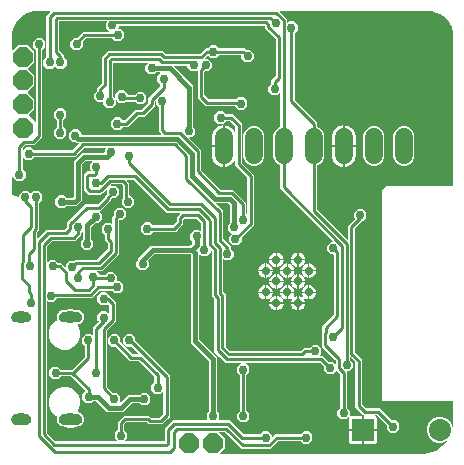
<source format=gbr>
G04 EAGLE Gerber RS-274X export*
G75*
%MOMM*%
%FSLAX34Y34*%
%LPD*%
%INBottom Copper*%
%IPPOS*%
%AMOC8*
5,1,8,0,0,1.08239X$1,22.5*%
G01*
%ADD10C,0.708000*%
%ADD11C,1.108000*%
%ADD12C,1.524000*%
%ADD13P,1.814519X8X22.500000*%
%ADD14P,1.814519X8X292.500000*%
%ADD15R,1.866900X1.866900*%
%ADD16C,1.866900*%
%ADD17C,0.756400*%
%ADD18C,0.254000*%
%ADD19C,0.406400*%

G36*
X499968Y416565D02*
X499968Y416565D01*
X499994Y416563D01*
X503210Y416945D01*
X503239Y416955D01*
X503282Y416961D01*
X509664Y419036D01*
X509696Y419055D01*
X509753Y419078D01*
X515380Y422734D01*
X515406Y422762D01*
X515455Y422799D01*
X519083Y426830D01*
X519085Y426832D01*
X519087Y426834D01*
X519127Y426909D01*
X519167Y426981D01*
X519167Y426984D01*
X519168Y426987D01*
X519171Y427070D01*
X519174Y427155D01*
X519173Y427157D01*
X519173Y427160D01*
X519138Y427236D01*
X519104Y427313D01*
X519102Y427315D01*
X519101Y427317D01*
X519036Y427370D01*
X518971Y427424D01*
X518968Y427425D01*
X518966Y427426D01*
X518886Y427444D01*
X518803Y427464D01*
X518800Y427464D01*
X518797Y427464D01*
X518655Y427435D01*
X515240Y426021D01*
X510920Y426021D01*
X506929Y427674D01*
X503874Y430729D01*
X502221Y434720D01*
X502221Y439040D01*
X503874Y443031D01*
X506929Y446086D01*
X510920Y447739D01*
X515240Y447739D01*
X519231Y446086D01*
X522286Y443031D01*
X523617Y439818D01*
X523652Y439768D01*
X523680Y439715D01*
X523702Y439699D01*
X523718Y439677D01*
X523771Y439648D01*
X523820Y439613D01*
X523847Y439608D01*
X523871Y439595D01*
X523931Y439594D01*
X523991Y439583D01*
X524017Y439591D01*
X524044Y439590D01*
X524099Y439616D01*
X524157Y439633D01*
X524177Y439651D01*
X524202Y439663D01*
X524240Y439710D01*
X524284Y439751D01*
X524296Y439779D01*
X524311Y439797D01*
X524319Y439833D01*
X524340Y439884D01*
X524472Y440505D01*
X524472Y440536D01*
X524481Y440579D01*
X524509Y442809D01*
X524509Y442811D01*
X524509Y442814D01*
X524509Y444223D01*
X524507Y444232D01*
X524509Y444243D01*
X524417Y445984D01*
X524487Y446183D01*
X524491Y446217D01*
X524509Y446310D01*
X524509Y461010D01*
X524498Y461060D01*
X524496Y461111D01*
X524478Y461143D01*
X524470Y461179D01*
X524437Y461218D01*
X524413Y461263D01*
X524383Y461284D01*
X524360Y461312D01*
X524313Y461333D01*
X524271Y461363D01*
X524229Y461371D01*
X524201Y461383D01*
X524171Y461382D01*
X524129Y461390D01*
X464978Y461390D01*
X463930Y462438D01*
X463930Y639923D01*
X467518Y643510D01*
X524129Y643510D01*
X524179Y643521D01*
X524230Y643523D01*
X524262Y643541D01*
X524298Y643549D01*
X524337Y643582D01*
X524382Y643606D01*
X524403Y643636D01*
X524431Y643659D01*
X524452Y643706D01*
X524482Y643748D01*
X524490Y643790D01*
X524502Y643818D01*
X524501Y643848D01*
X524509Y643890D01*
X524509Y767870D01*
X524501Y767906D01*
X524489Y767993D01*
X524401Y768250D01*
X524508Y769932D01*
X524507Y769943D01*
X524509Y769956D01*
X524509Y771665D01*
X524528Y771763D01*
X524526Y772825D01*
X524519Y772855D01*
X524519Y772899D01*
X523524Y777856D01*
X523510Y777887D01*
X523509Y777899D01*
X523503Y777912D01*
X523492Y777950D01*
X521249Y782480D01*
X521224Y782509D01*
X521193Y782562D01*
X517854Y786357D01*
X517823Y786379D01*
X517779Y786422D01*
X513571Y789224D01*
X513535Y789237D01*
X513482Y789268D01*
X508692Y790884D01*
X508661Y790887D01*
X508619Y790901D01*
X506272Y791206D01*
X506251Y791204D01*
X506223Y791209D01*
X378251Y791209D01*
X378226Y791203D01*
X378200Y791206D01*
X378143Y791184D01*
X378082Y791170D01*
X378062Y791153D01*
X378038Y791144D01*
X377996Y791099D01*
X377949Y791060D01*
X377938Y791036D01*
X377921Y791017D01*
X377903Y790958D01*
X377878Y790901D01*
X377879Y790876D01*
X377871Y790851D01*
X377882Y790790D01*
X377884Y790728D01*
X377897Y790706D01*
X377901Y790680D01*
X377949Y790609D01*
X377967Y790576D01*
X377975Y790570D01*
X377982Y790560D01*
X383795Y784748D01*
X383795Y781882D01*
X383801Y781856D01*
X383798Y781831D01*
X383820Y781773D01*
X383834Y781713D01*
X383851Y781693D01*
X383860Y781669D01*
X383905Y781627D01*
X383944Y781579D01*
X383968Y781569D01*
X383987Y781551D01*
X384046Y781534D01*
X384103Y781508D01*
X384128Y781509D01*
X384153Y781502D01*
X384214Y781513D01*
X384276Y781515D01*
X384298Y781527D01*
X384324Y781532D01*
X384395Y781580D01*
X384428Y781598D01*
X384434Y781606D01*
X384444Y781613D01*
X385378Y782547D01*
X389774Y782547D01*
X392883Y779438D01*
X392883Y775042D01*
X390482Y772641D01*
X390442Y772577D01*
X390398Y772515D01*
X390396Y772503D01*
X390391Y772494D01*
X390387Y772457D01*
X390371Y772372D01*
X390371Y716099D01*
X390388Y716025D01*
X390401Y715950D01*
X390408Y715940D01*
X390410Y715930D01*
X390434Y715902D01*
X390482Y715830D01*
X409195Y697118D01*
X409195Y693525D01*
X409209Y693463D01*
X409216Y693400D01*
X409229Y693379D01*
X409234Y693356D01*
X409275Y693307D01*
X409309Y693253D01*
X409331Y693238D01*
X409344Y693222D01*
X409379Y693207D01*
X409429Y693173D01*
X411580Y692283D01*
X414153Y689710D01*
X415545Y686349D01*
X415545Y667471D01*
X414153Y664110D01*
X411580Y661537D01*
X409429Y660647D01*
X409424Y660643D01*
X409420Y660642D01*
X409401Y660626D01*
X409378Y660610D01*
X409322Y660579D01*
X409308Y660560D01*
X409289Y660546D01*
X409259Y660489D01*
X409222Y660438D01*
X409217Y660411D01*
X409207Y660393D01*
X409206Y660355D01*
X409195Y660295D01*
X409195Y623615D01*
X409212Y623541D01*
X409225Y623466D01*
X409232Y623456D01*
X409234Y623446D01*
X409258Y623418D01*
X409306Y623346D01*
X434960Y597692D01*
X434982Y597679D01*
X434998Y597659D01*
X435055Y597633D01*
X435107Y597601D01*
X435133Y597598D01*
X435157Y597588D01*
X435218Y597590D01*
X435280Y597584D01*
X435304Y597593D01*
X435330Y597594D01*
X435384Y597624D01*
X435442Y597646D01*
X435459Y597665D01*
X435482Y597677D01*
X435517Y597728D01*
X435559Y597773D01*
X435567Y597798D01*
X435582Y597819D01*
X435598Y597903D01*
X435609Y597939D01*
X435607Y597949D01*
X435609Y597961D01*
X435609Y609742D01*
X441043Y615175D01*
X441053Y615192D01*
X441064Y615201D01*
X441073Y615223D01*
X441104Y615256D01*
X441115Y615291D01*
X441134Y615322D01*
X441139Y615373D01*
X441153Y615422D01*
X441147Y615458D01*
X441150Y615495D01*
X441132Y615542D01*
X441124Y615593D01*
X441100Y615628D01*
X441089Y615656D01*
X441066Y615677D01*
X441043Y615713D01*
X440463Y616292D01*
X440463Y620688D01*
X443572Y623797D01*
X447968Y623797D01*
X451077Y620688D01*
X451077Y616292D01*
X447968Y613183D01*
X447113Y613183D01*
X447039Y613166D01*
X446964Y613153D01*
X446954Y613146D01*
X446944Y613144D01*
X446916Y613120D01*
X446844Y613072D01*
X441310Y607538D01*
X441270Y607473D01*
X441226Y607411D01*
X441224Y607399D01*
X441219Y607391D01*
X441215Y607354D01*
X441199Y607269D01*
X441199Y502711D01*
X441216Y502637D01*
X441229Y502562D01*
X441236Y502552D01*
X441238Y502542D01*
X441262Y502514D01*
X441310Y502442D01*
X447295Y496458D01*
X447295Y458515D01*
X447312Y458441D01*
X447325Y458366D01*
X447332Y458356D01*
X447334Y458346D01*
X447358Y458318D01*
X447406Y458246D01*
X450626Y455026D01*
X450691Y454986D01*
X450753Y454942D01*
X450765Y454940D01*
X450773Y454935D01*
X450810Y454931D01*
X450895Y454915D01*
X462168Y454915D01*
X472244Y444838D01*
X472309Y444798D01*
X472371Y444754D01*
X472383Y444752D01*
X472391Y444747D01*
X472428Y444743D01*
X472513Y444727D01*
X475908Y444727D01*
X479017Y441618D01*
X479017Y437222D01*
X475908Y434113D01*
X471512Y434113D01*
X468403Y437222D01*
X468403Y440617D01*
X468386Y440691D01*
X468373Y440766D01*
X468366Y440776D01*
X468364Y440786D01*
X468340Y440814D01*
X468292Y440886D01*
X459964Y449214D01*
X459899Y449254D01*
X459837Y449298D01*
X459825Y449300D01*
X459817Y449305D01*
X459780Y449309D01*
X459695Y449325D01*
X458486Y449325D01*
X458449Y449317D01*
X458411Y449318D01*
X458366Y449297D01*
X458317Y449286D01*
X458288Y449262D01*
X458253Y449246D01*
X458222Y449207D01*
X458183Y449176D01*
X458168Y449141D01*
X458144Y449111D01*
X458133Y449063D01*
X458113Y449017D01*
X458114Y448980D01*
X458106Y448942D01*
X458117Y448894D01*
X458119Y448844D01*
X458137Y448811D01*
X458146Y448774D01*
X458178Y448736D01*
X458202Y448692D01*
X458233Y448670D01*
X458257Y448641D01*
X458313Y448614D01*
X458344Y448592D01*
X458358Y448590D01*
X458951Y448248D01*
X459424Y447775D01*
X459758Y447195D01*
X459931Y446549D01*
X459931Y437641D01*
X448817Y437641D01*
X448817Y448945D01*
X448806Y448995D01*
X448804Y449046D01*
X448786Y449078D01*
X448778Y449114D01*
X448745Y449153D01*
X448721Y449198D01*
X448691Y449219D01*
X448668Y449247D01*
X448621Y449268D01*
X448579Y449298D01*
X448537Y449306D01*
X448509Y449318D01*
X448479Y449317D01*
X448437Y449325D01*
X448422Y449325D01*
X441705Y456042D01*
X441705Y493985D01*
X441688Y494059D01*
X441675Y494134D01*
X441668Y494144D01*
X441666Y494154D01*
X441642Y494182D01*
X441594Y494254D01*
X437784Y498064D01*
X437762Y498077D01*
X437746Y498097D01*
X437689Y498123D01*
X437637Y498155D01*
X437611Y498158D01*
X437587Y498168D01*
X437526Y498166D01*
X437464Y498172D01*
X437440Y498163D01*
X437414Y498162D01*
X437360Y498132D01*
X437302Y498110D01*
X437285Y498091D01*
X437262Y498079D01*
X437227Y498028D01*
X437185Y497983D01*
X437177Y497958D01*
X437162Y497937D01*
X437146Y497853D01*
X437135Y497817D01*
X437137Y497807D01*
X437135Y497795D01*
X437135Y496358D01*
X437152Y496284D01*
X437165Y496209D01*
X437172Y496199D01*
X437174Y496189D01*
X437198Y496160D01*
X437246Y496089D01*
X439647Y493688D01*
X439647Y489292D01*
X436538Y486183D01*
X434975Y486183D01*
X434925Y486172D01*
X434874Y486170D01*
X434842Y486152D01*
X434806Y486144D01*
X434767Y486111D01*
X434722Y486087D01*
X434701Y486057D01*
X434673Y486034D01*
X434652Y485987D01*
X434622Y485945D01*
X434614Y485903D01*
X434602Y485875D01*
X434603Y485845D01*
X434595Y485803D01*
X434595Y455718D01*
X434607Y455666D01*
X434608Y455626D01*
X434618Y455607D01*
X434625Y455569D01*
X434632Y455559D01*
X434634Y455549D01*
X434658Y455520D01*
X434706Y455449D01*
X437107Y453048D01*
X437107Y448875D01*
X437119Y448823D01*
X437120Y448781D01*
X437125Y448772D01*
X437128Y448751D01*
X437141Y448730D01*
X437146Y448706D01*
X437186Y448657D01*
X437197Y448641D01*
X437203Y448629D01*
X437205Y448628D01*
X437220Y448604D01*
X437241Y448591D01*
X437256Y448572D01*
X437314Y448546D01*
X437368Y448514D01*
X437392Y448511D01*
X437415Y448501D01*
X437477Y448504D01*
X437487Y448502D01*
X437499Y448502D01*
X437540Y448498D01*
X437566Y448507D01*
X437588Y448508D01*
X437621Y448526D01*
X437658Y448539D01*
X437669Y448541D01*
X437671Y448543D01*
X437677Y448545D01*
X437741Y448582D01*
X438387Y448755D01*
X447295Y448755D01*
X447295Y437641D01*
X436181Y437641D01*
X436181Y446549D01*
X436244Y446786D01*
X436247Y446861D01*
X436254Y446935D01*
X436249Y446947D01*
X436250Y446959D01*
X436219Y447027D01*
X436192Y447097D01*
X436183Y447106D01*
X436178Y447117D01*
X436120Y447164D01*
X436065Y447215D01*
X436053Y447218D01*
X436044Y447226D01*
X435971Y447243D01*
X435899Y447264D01*
X435887Y447262D01*
X435875Y447265D01*
X435802Y447247D01*
X435728Y447234D01*
X435717Y447227D01*
X435706Y447224D01*
X435677Y447200D01*
X435608Y447153D01*
X433998Y445543D01*
X429602Y445543D01*
X426493Y448652D01*
X426493Y453048D01*
X428894Y455449D01*
X428919Y455489D01*
X428927Y455496D01*
X428937Y455518D01*
X428978Y455575D01*
X428980Y455587D01*
X428985Y455596D01*
X428989Y455633D01*
X428998Y455654D01*
X428997Y455677D01*
X429005Y455718D01*
X429005Y483415D01*
X428988Y483489D01*
X428975Y483564D01*
X428968Y483574D01*
X428966Y483584D01*
X428942Y483613D01*
X428894Y483684D01*
X426718Y485860D01*
X426020Y486558D01*
X425977Y486584D01*
X425939Y486619D01*
X425904Y486630D01*
X425873Y486649D01*
X425822Y486654D01*
X425773Y486668D01*
X425737Y486662D01*
X425701Y486666D01*
X425653Y486647D01*
X425603Y486639D01*
X425567Y486615D01*
X425539Y486604D01*
X425518Y486581D01*
X425482Y486558D01*
X422568Y483643D01*
X418172Y483643D01*
X415063Y486752D01*
X415063Y490147D01*
X415046Y490221D01*
X415033Y490296D01*
X415026Y490306D01*
X415024Y490316D01*
X415000Y490344D01*
X414952Y490416D01*
X411704Y493664D01*
X411639Y493704D01*
X411577Y493748D01*
X411565Y493750D01*
X411557Y493755D01*
X411520Y493759D01*
X411435Y493775D01*
X331582Y493775D01*
X329834Y495524D01*
X326614Y498744D01*
X322325Y503032D01*
X322325Y547325D01*
X322308Y547399D01*
X322295Y547474D01*
X322288Y547484D01*
X322286Y547494D01*
X322262Y547522D01*
X322214Y547594D01*
X320011Y549796D01*
X320011Y588149D01*
X319994Y588223D01*
X319981Y588297D01*
X319974Y588308D01*
X319972Y588317D01*
X319948Y588346D01*
X319900Y588418D01*
X319755Y588563D01*
X319733Y588577D01*
X319716Y588596D01*
X319660Y588622D01*
X319607Y588654D01*
X319582Y588657D01*
X319558Y588667D01*
X319496Y588665D01*
X319435Y588671D01*
X319411Y588662D01*
X319385Y588661D01*
X319331Y588631D01*
X319273Y588609D01*
X319255Y588590D01*
X319233Y588578D01*
X319197Y588528D01*
X319155Y588482D01*
X319148Y588457D01*
X319133Y588436D01*
X319117Y588352D01*
X319106Y588316D01*
X319108Y588306D01*
X319105Y588294D01*
X319105Y586973D01*
X315997Y583865D01*
X311601Y583865D01*
X310276Y585189D01*
X310254Y585203D01*
X310238Y585223D01*
X310181Y585248D01*
X310129Y585281D01*
X310103Y585283D01*
X310079Y585294D01*
X310018Y585291D01*
X309956Y585297D01*
X309932Y585288D01*
X309906Y585287D01*
X309852Y585258D01*
X309794Y585236D01*
X309777Y585217D01*
X309754Y585204D01*
X309719Y585154D01*
X309677Y585109D01*
X309669Y585084D01*
X309654Y585063D01*
X309638Y584978D01*
X309627Y584942D01*
X309629Y584932D01*
X309627Y584920D01*
X309627Y513441D01*
X309644Y513367D01*
X309657Y513292D01*
X309664Y513282D01*
X309666Y513272D01*
X309690Y513243D01*
X309738Y513172D01*
X324867Y498043D01*
X324867Y452642D01*
X324884Y452568D01*
X324897Y452493D01*
X324904Y452483D01*
X324906Y452473D01*
X324930Y452444D01*
X324978Y452373D01*
X326617Y450734D01*
X326617Y446338D01*
X325683Y445404D01*
X325669Y445382D01*
X325649Y445366D01*
X325624Y445309D01*
X325591Y445257D01*
X325589Y445231D01*
X325578Y445207D01*
X325581Y445146D01*
X325575Y445084D01*
X325584Y445060D01*
X325585Y445034D01*
X325614Y444980D01*
X325636Y444922D01*
X325655Y444905D01*
X325668Y444882D01*
X325718Y444847D01*
X325763Y444805D01*
X325788Y444797D01*
X325809Y444782D01*
X325894Y444766D01*
X325930Y444755D01*
X325940Y444757D01*
X325952Y444755D01*
X335168Y444755D01*
X346792Y433130D01*
X346857Y433090D01*
X346919Y433046D01*
X346931Y433044D01*
X346939Y433039D01*
X346976Y433035D01*
X347061Y433019D01*
X360892Y433019D01*
X360966Y433036D01*
X361041Y433049D01*
X361051Y433056D01*
X361061Y433058D01*
X361090Y433082D01*
X361161Y433130D01*
X363562Y435531D01*
X367958Y435531D01*
X371067Y432422D01*
X371067Y431101D01*
X371073Y431076D01*
X371070Y431050D01*
X371092Y430993D01*
X371106Y430932D01*
X371123Y430913D01*
X371132Y430888D01*
X371177Y430847D01*
X371216Y430799D01*
X371240Y430788D01*
X371259Y430771D01*
X371318Y430753D01*
X371375Y430728D01*
X371400Y430729D01*
X371425Y430722D01*
X371486Y430732D01*
X371548Y430735D01*
X371570Y430747D01*
X371596Y430751D01*
X371667Y430800D01*
X371700Y430817D01*
X371706Y430825D01*
X371716Y430832D01*
X373902Y433019D01*
X395182Y433019D01*
X395256Y433036D01*
X395331Y433049D01*
X395341Y433056D01*
X395351Y433058D01*
X395380Y433082D01*
X395451Y433130D01*
X397852Y435531D01*
X402248Y435531D01*
X405357Y432422D01*
X405357Y428026D01*
X402248Y424917D01*
X397852Y424917D01*
X395451Y427318D01*
X395387Y427358D01*
X395325Y427402D01*
X395313Y427404D01*
X395304Y427409D01*
X395267Y427413D01*
X395182Y427429D01*
X376375Y427429D01*
X376301Y427412D01*
X376226Y427399D01*
X376216Y427392D01*
X376206Y427390D01*
X376177Y427366D01*
X376106Y427318D01*
X369642Y420853D01*
X345417Y420853D01*
X331280Y434990D01*
X331216Y435030D01*
X331154Y435074D01*
X331142Y435076D01*
X331133Y435081D01*
X331096Y435085D01*
X331011Y435101D01*
X326427Y435101D01*
X326402Y435095D01*
X326376Y435098D01*
X326318Y435076D01*
X326258Y435062D01*
X326238Y435045D01*
X326214Y435036D01*
X326172Y434991D01*
X326125Y434952D01*
X326114Y434928D01*
X326096Y434909D01*
X326079Y434850D01*
X326054Y434793D01*
X326055Y434768D01*
X326047Y434743D01*
X326058Y434682D01*
X326060Y434620D01*
X326073Y434598D01*
X326077Y434572D01*
X326125Y434501D01*
X326143Y434468D01*
X326151Y434462D01*
X326158Y434452D01*
X331057Y429554D01*
X331057Y421346D01*
X326920Y417210D01*
X326906Y417188D01*
X326887Y417172D01*
X326861Y417115D01*
X326829Y417063D01*
X326826Y417037D01*
X326816Y417013D01*
X326818Y416952D01*
X326812Y416890D01*
X326821Y416866D01*
X326822Y416840D01*
X326852Y416786D01*
X326874Y416728D01*
X326893Y416711D01*
X326905Y416688D01*
X326955Y416653D01*
X327001Y416611D01*
X327026Y416603D01*
X327047Y416588D01*
X327131Y416572D01*
X327167Y416561D01*
X327177Y416563D01*
X327189Y416561D01*
X499949Y416561D01*
X499968Y416565D01*
G37*
G36*
X424664Y492406D02*
X424664Y492406D01*
X424690Y492407D01*
X424744Y492436D01*
X424802Y492458D01*
X424819Y492477D01*
X424842Y492490D01*
X424877Y492540D01*
X424919Y492585D01*
X424927Y492610D01*
X424942Y492631D01*
X424958Y492716D01*
X424969Y492752D01*
X424967Y492762D01*
X424969Y492774D01*
X424969Y495481D01*
X424952Y495555D01*
X424939Y495630D01*
X424932Y495640D01*
X424930Y495650D01*
X424906Y495678D01*
X424858Y495750D01*
X413539Y507068D01*
X413539Y519502D01*
X413654Y519616D01*
X413694Y519681D01*
X413738Y519743D01*
X413740Y519755D01*
X413745Y519763D01*
X413749Y519800D01*
X413765Y519885D01*
X413765Y524398D01*
X415514Y526146D01*
X423306Y533938D01*
X423346Y534003D01*
X423390Y534065D01*
X423392Y534077D01*
X423397Y534085D01*
X423401Y534122D01*
X423417Y534207D01*
X423417Y584863D01*
X423406Y584913D01*
X423404Y584964D01*
X423386Y584996D01*
X423378Y585032D01*
X423345Y585071D01*
X423321Y585116D01*
X423291Y585137D01*
X423268Y585165D01*
X423221Y585186D01*
X423179Y585216D01*
X423137Y585224D01*
X423109Y585236D01*
X423079Y585235D01*
X423037Y585243D01*
X420712Y585243D01*
X417603Y588352D01*
X417603Y592748D01*
X420712Y595857D01*
X422226Y595857D01*
X422251Y595863D01*
X422276Y595860D01*
X422334Y595882D01*
X422394Y595896D01*
X422414Y595913D01*
X422438Y595922D01*
X422480Y595967D01*
X422528Y596006D01*
X422538Y596030D01*
X422556Y596049D01*
X422574Y596108D01*
X422599Y596165D01*
X422598Y596190D01*
X422605Y596215D01*
X422595Y596276D01*
X422592Y596338D01*
X422580Y596360D01*
X422575Y596386D01*
X422527Y596457D01*
X422509Y596490D01*
X422501Y596496D01*
X422494Y596506D01*
X378205Y640795D01*
X378205Y660295D01*
X378191Y660357D01*
X378184Y660420D01*
X378171Y660441D01*
X378166Y660464D01*
X378125Y660513D01*
X378091Y660567D01*
X378069Y660582D01*
X378056Y660598D01*
X378021Y660613D01*
X377971Y660647D01*
X375820Y661537D01*
X373247Y664110D01*
X371855Y667471D01*
X371855Y686349D01*
X373247Y689710D01*
X375820Y692283D01*
X377971Y693173D01*
X378022Y693210D01*
X378078Y693241D01*
X378092Y693260D01*
X378111Y693274D01*
X378141Y693331D01*
X378178Y693382D01*
X378183Y693409D01*
X378193Y693427D01*
X378194Y693465D01*
X378205Y693525D01*
X378205Y721572D01*
X378199Y721598D01*
X378202Y721623D01*
X378180Y721681D01*
X378166Y721741D01*
X378149Y721761D01*
X378140Y721785D01*
X378095Y721827D01*
X378056Y721875D01*
X378032Y721885D01*
X378013Y721903D01*
X377954Y721920D01*
X377897Y721946D01*
X377872Y721945D01*
X377847Y721952D01*
X377786Y721941D01*
X377724Y721939D01*
X377702Y721927D01*
X377676Y721922D01*
X377605Y721874D01*
X377572Y721856D01*
X377566Y721848D01*
X377556Y721841D01*
X375578Y719863D01*
X371182Y719863D01*
X368073Y722972D01*
X368073Y727368D01*
X370474Y729769D01*
X370514Y729833D01*
X370558Y729895D01*
X370560Y729907D01*
X370565Y729916D01*
X370569Y729953D01*
X370585Y730038D01*
X370585Y732678D01*
X372334Y734426D01*
X374030Y736122D01*
X374070Y736187D01*
X374114Y736249D01*
X374116Y736261D01*
X374121Y736269D01*
X374125Y736306D01*
X374141Y736391D01*
X374141Y767739D01*
X374124Y767813D01*
X374111Y767888D01*
X374104Y767898D01*
X374102Y767908D01*
X374078Y767937D01*
X374030Y768008D01*
X365053Y776985D01*
X365053Y778465D01*
X365036Y778539D01*
X365023Y778614D01*
X365016Y778624D01*
X365014Y778634D01*
X364990Y778662D01*
X364942Y778734D01*
X364770Y778906D01*
X364705Y778946D01*
X364643Y778990D01*
X364631Y778992D01*
X364623Y778997D01*
X364585Y779001D01*
X364501Y779017D01*
X241735Y779017D01*
X241685Y779006D01*
X241634Y779004D01*
X241602Y778986D01*
X241566Y778978D01*
X241526Y778945D01*
X241482Y778921D01*
X241461Y778891D01*
X241432Y778868D01*
X241411Y778821D01*
X241382Y778779D01*
X241374Y778737D01*
X241361Y778709D01*
X241362Y778679D01*
X241354Y778637D01*
X241354Y777102D01*
X241244Y776992D01*
X241231Y776970D01*
X241211Y776954D01*
X241186Y776897D01*
X241153Y776845D01*
X241150Y776819D01*
X241140Y776795D01*
X241142Y776734D01*
X241136Y776672D01*
X241146Y776648D01*
X241147Y776622D01*
X241176Y776568D01*
X241198Y776510D01*
X241217Y776493D01*
X241229Y776470D01*
X241280Y776435D01*
X241325Y776393D01*
X241350Y776385D01*
X241371Y776370D01*
X241455Y776354D01*
X241491Y776343D01*
X241501Y776345D01*
X241513Y776343D01*
X242834Y776343D01*
X245943Y773234D01*
X245943Y768838D01*
X242834Y765729D01*
X238438Y765729D01*
X236037Y768130D01*
X235973Y768170D01*
X235911Y768214D01*
X235899Y768216D01*
X235890Y768221D01*
X235853Y768225D01*
X235768Y768241D01*
X213551Y768241D01*
X213477Y768224D01*
X213402Y768211D01*
X213392Y768204D01*
X213382Y768202D01*
X213354Y768178D01*
X213282Y768130D01*
X211102Y765950D01*
X211076Y765907D01*
X211041Y765869D01*
X211030Y765834D01*
X211011Y765803D01*
X211006Y765752D01*
X210992Y765703D01*
X210998Y765667D01*
X210995Y765630D01*
X211013Y765583D01*
X211021Y765532D01*
X211045Y765497D01*
X211047Y765493D01*
X211047Y761072D01*
X207938Y757963D01*
X203542Y757963D01*
X200433Y761072D01*
X200433Y765468D01*
X203542Y768577D01*
X205667Y768577D01*
X205741Y768594D01*
X205816Y768607D01*
X205826Y768614D01*
X205836Y768616D01*
X205864Y768640D01*
X205936Y768688D01*
X211078Y773831D01*
X233094Y773831D01*
X233119Y773837D01*
X233145Y773834D01*
X233203Y773856D01*
X233263Y773870D01*
X233283Y773887D01*
X233307Y773896D01*
X233349Y773941D01*
X233396Y773980D01*
X233407Y774004D01*
X233425Y774023D01*
X233442Y774082D01*
X233467Y774139D01*
X233466Y774164D01*
X233474Y774189D01*
X233463Y774250D01*
X233461Y774312D01*
X233448Y774334D01*
X233444Y774360D01*
X233396Y774431D01*
X233378Y774464D01*
X233370Y774470D01*
X233363Y774480D01*
X230741Y777102D01*
X230741Y781498D01*
X231675Y782432D01*
X231689Y782454D01*
X231708Y782470D01*
X231734Y782527D01*
X231766Y782579D01*
X231769Y782605D01*
X231779Y782629D01*
X231777Y782690D01*
X231783Y782752D01*
X231774Y782776D01*
X231773Y782802D01*
X231743Y782856D01*
X231721Y782914D01*
X231702Y782931D01*
X231690Y782954D01*
X231640Y782989D01*
X231594Y783031D01*
X231569Y783039D01*
X231548Y783054D01*
X231464Y783070D01*
X231428Y783081D01*
X231418Y783079D01*
X231406Y783081D01*
X191333Y783081D01*
X191283Y783070D01*
X191232Y783068D01*
X191200Y783050D01*
X191164Y783042D01*
X191125Y783009D01*
X191080Y782985D01*
X191059Y782955D01*
X191031Y782932D01*
X191010Y782885D01*
X190980Y782843D01*
X190972Y782801D01*
X190960Y782773D01*
X190961Y782743D01*
X190953Y782701D01*
X190953Y758009D01*
X190965Y757956D01*
X190966Y757925D01*
X190975Y757909D01*
X190983Y757860D01*
X190990Y757850D01*
X190992Y757840D01*
X191016Y757812D01*
X191064Y757740D01*
X194763Y754042D01*
X194763Y752672D01*
X194776Y752616D01*
X194776Y752601D01*
X194781Y752593D01*
X194793Y752523D01*
X194800Y752513D01*
X194802Y752503D01*
X194826Y752474D01*
X194874Y752403D01*
X197275Y750002D01*
X197275Y745606D01*
X194166Y742497D01*
X189770Y742497D01*
X187693Y744574D01*
X187650Y744601D01*
X187612Y744636D01*
X187577Y744646D01*
X187546Y744666D01*
X187495Y744671D01*
X187446Y744685D01*
X187410Y744679D01*
X187373Y744682D01*
X187325Y744664D01*
X187275Y744655D01*
X187240Y744631D01*
X187211Y744621D01*
X187190Y744598D01*
X187155Y744574D01*
X185078Y742497D01*
X180682Y742497D01*
X177573Y745606D01*
X177573Y750002D01*
X179974Y752403D01*
X180014Y752467D01*
X180058Y752529D01*
X180060Y752541D01*
X180065Y752550D01*
X180069Y752587D01*
X180076Y752624D01*
X180078Y752629D01*
X180078Y752635D01*
X180085Y752672D01*
X180085Y787288D01*
X183358Y790560D01*
X183371Y790582D01*
X183391Y790598D01*
X183417Y790655D01*
X183449Y790707D01*
X183452Y790733D01*
X183462Y790757D01*
X183460Y790818D01*
X183466Y790880D01*
X183457Y790904D01*
X183456Y790930D01*
X183426Y790984D01*
X183404Y791042D01*
X183385Y791059D01*
X183373Y791082D01*
X183322Y791117D01*
X183277Y791159D01*
X183252Y791167D01*
X183231Y791182D01*
X183147Y791198D01*
X183111Y791209D01*
X183101Y791207D01*
X183089Y791209D01*
X171640Y791209D01*
X171625Y791206D01*
X171607Y791208D01*
X168950Y790979D01*
X168921Y790970D01*
X168877Y790966D01*
X163717Y789469D01*
X163684Y789451D01*
X163626Y789430D01*
X159029Y786649D01*
X159002Y786622D01*
X158952Y786587D01*
X155231Y782711D01*
X155212Y782679D01*
X155172Y782631D01*
X152581Y777925D01*
X152571Y777888D01*
X152545Y777832D01*
X151261Y772615D01*
X151260Y772584D01*
X151250Y772542D01*
X151131Y769901D01*
X151133Y769893D01*
X151131Y769884D01*
X151131Y769728D01*
X151132Y769724D01*
X151131Y769720D01*
X151170Y767807D01*
X151157Y767773D01*
X151155Y767757D01*
X151131Y767635D01*
X151131Y758669D01*
X151137Y758644D01*
X151134Y758618D01*
X151156Y758560D01*
X151170Y758500D01*
X151187Y758480D01*
X151196Y758456D01*
X151241Y758414D01*
X151280Y758367D01*
X151304Y758356D01*
X151323Y758338D01*
X151382Y758321D01*
X151439Y758296D01*
X151464Y758297D01*
X151489Y758289D01*
X151550Y758300D01*
X151612Y758302D01*
X151634Y758315D01*
X151660Y758319D01*
X151731Y758367D01*
X151764Y758385D01*
X151770Y758393D01*
X151780Y758400D01*
X155916Y762537D01*
X164124Y762537D01*
X169927Y756734D01*
X169927Y748526D01*
X164299Y742899D01*
X164272Y742856D01*
X164238Y742818D01*
X164227Y742783D01*
X164208Y742752D01*
X164203Y742701D01*
X164188Y742652D01*
X164195Y742616D01*
X164191Y742579D01*
X164209Y742532D01*
X164218Y742481D01*
X164242Y742446D01*
X164253Y742417D01*
X164275Y742396D01*
X164299Y742361D01*
X169927Y736734D01*
X169927Y728526D01*
X164299Y722899D01*
X164272Y722856D01*
X164238Y722818D01*
X164227Y722783D01*
X164208Y722752D01*
X164203Y722701D01*
X164188Y722652D01*
X164195Y722616D01*
X164191Y722579D01*
X164209Y722532D01*
X164218Y722481D01*
X164242Y722446D01*
X164253Y722417D01*
X164275Y722396D01*
X164299Y722361D01*
X169927Y716734D01*
X169927Y708526D01*
X165018Y703617D01*
X164991Y703574D01*
X164956Y703537D01*
X164946Y703501D01*
X164926Y703470D01*
X164921Y703419D01*
X164907Y703370D01*
X164913Y703334D01*
X164910Y703298D01*
X164928Y703250D01*
X164936Y703200D01*
X164960Y703164D01*
X164971Y703136D01*
X164994Y703115D01*
X165018Y703080D01*
X170546Y697551D01*
X170568Y697537D01*
X170584Y697517D01*
X170641Y697492D01*
X170693Y697460D01*
X170719Y697457D01*
X170743Y697446D01*
X170804Y697449D01*
X170866Y697443D01*
X170890Y697452D01*
X170916Y697453D01*
X170970Y697483D01*
X171028Y697505D01*
X171045Y697524D01*
X171068Y697536D01*
X171103Y697586D01*
X171145Y697632D01*
X171153Y697656D01*
X171168Y697678D01*
X171184Y697762D01*
X171195Y697798D01*
X171193Y697808D01*
X171195Y697820D01*
X171195Y758402D01*
X171180Y758467D01*
X171179Y758506D01*
X171170Y758522D01*
X171165Y758551D01*
X171158Y758561D01*
X171156Y758571D01*
X171132Y758600D01*
X171109Y758633D01*
X171096Y758658D01*
X171090Y758663D01*
X171084Y758671D01*
X168683Y761072D01*
X168683Y765468D01*
X171792Y768577D01*
X176188Y768577D01*
X179297Y765468D01*
X179297Y761072D01*
X176896Y758671D01*
X176883Y758650D01*
X176866Y758636D01*
X176846Y758593D01*
X176812Y758545D01*
X176810Y758533D01*
X176805Y758524D01*
X176802Y758493D01*
X176795Y758478D01*
X176796Y758458D01*
X176785Y758402D01*
X176785Y684642D01*
X170068Y677925D01*
X162605Y677925D01*
X162531Y677908D01*
X162456Y677895D01*
X162446Y677888D01*
X162436Y677886D01*
X162408Y677862D01*
X162336Y677814D01*
X160086Y675564D01*
X160046Y675499D01*
X160002Y675437D01*
X160000Y675425D01*
X159995Y675417D01*
X159991Y675380D01*
X159975Y675295D01*
X159975Y673858D01*
X159981Y673832D01*
X159978Y673807D01*
X160000Y673749D01*
X160014Y673689D01*
X160031Y673669D01*
X160040Y673645D01*
X160085Y673603D01*
X160124Y673555D01*
X160148Y673545D01*
X160167Y673527D01*
X160226Y673510D01*
X160283Y673484D01*
X160308Y673485D01*
X160333Y673478D01*
X160394Y673489D01*
X160456Y673491D01*
X160478Y673503D01*
X160504Y673508D01*
X160575Y673556D01*
X160608Y673574D01*
X160614Y673582D01*
X160624Y673589D01*
X162902Y675867D01*
X167298Y675867D01*
X169699Y673466D01*
X169763Y673426D01*
X169825Y673382D01*
X169837Y673380D01*
X169846Y673375D01*
X169883Y673371D01*
X169968Y673355D01*
X201885Y673355D01*
X201959Y673372D01*
X202034Y673385D01*
X202044Y673392D01*
X202054Y673394D01*
X202082Y673418D01*
X202154Y673466D01*
X207742Y679054D01*
X207753Y679073D01*
X207766Y679083D01*
X207767Y679086D01*
X207775Y679092D01*
X207801Y679149D01*
X207833Y679201D01*
X207836Y679227D01*
X207846Y679251D01*
X207844Y679312D01*
X207850Y679374D01*
X207841Y679398D01*
X207840Y679424D01*
X207810Y679478D01*
X207788Y679536D01*
X207769Y679553D01*
X207757Y679576D01*
X207706Y679611D01*
X207661Y679653D01*
X207636Y679661D01*
X207615Y679676D01*
X207531Y679692D01*
X207495Y679703D01*
X207485Y679701D01*
X207473Y679703D01*
X205537Y679703D01*
X204858Y680382D01*
X204794Y680422D01*
X204731Y680466D01*
X204719Y680468D01*
X204711Y680473D01*
X204674Y680477D01*
X204589Y680493D01*
X202272Y680493D01*
X199163Y683602D01*
X199163Y687998D01*
X202272Y691107D01*
X206668Y691107D01*
X209777Y687998D01*
X209777Y687197D01*
X209788Y687147D01*
X209790Y687096D01*
X209808Y687064D01*
X209816Y687028D01*
X209849Y686989D01*
X209873Y686944D01*
X209903Y686923D01*
X209926Y686895D01*
X209973Y686874D01*
X210015Y686844D01*
X210057Y686836D01*
X210085Y686824D01*
X210115Y686825D01*
X210157Y686817D01*
X277069Y686817D01*
X277094Y686823D01*
X277120Y686820D01*
X277177Y686842D01*
X277238Y686856D01*
X277258Y686873D01*
X277282Y686882D01*
X277324Y686927D01*
X277371Y686966D01*
X277382Y686990D01*
X277399Y687009D01*
X277417Y687068D01*
X277442Y687125D01*
X277441Y687150D01*
X277449Y687175D01*
X277438Y687236D01*
X277436Y687298D01*
X277423Y687320D01*
X277419Y687346D01*
X277371Y687417D01*
X277353Y687450D01*
X277345Y687456D01*
X277338Y687466D01*
X275335Y689468D01*
X275335Y710142D01*
X275322Y710198D01*
X275322Y710214D01*
X275317Y710224D01*
X275305Y710291D01*
X275298Y710301D01*
X275296Y710311D01*
X275272Y710340D01*
X275224Y710411D01*
X272823Y712812D01*
X272823Y714993D01*
X272817Y715018D01*
X272820Y715044D01*
X272798Y715102D01*
X272784Y715162D01*
X272767Y715182D01*
X272758Y715206D01*
X272713Y715248D01*
X272674Y715295D01*
X272650Y715306D01*
X272631Y715323D01*
X272572Y715341D01*
X272515Y715366D01*
X272490Y715365D01*
X272465Y715373D01*
X272404Y715362D01*
X272342Y715360D01*
X272320Y715347D01*
X272294Y715343D01*
X272223Y715295D01*
X272190Y715277D01*
X272184Y715269D01*
X272174Y715262D01*
X272146Y715234D01*
X272106Y715169D01*
X272062Y715107D01*
X272060Y715095D01*
X272055Y715086D01*
X272051Y715049D01*
X272035Y714965D01*
X272035Y711312D01*
X262778Y702055D01*
X257855Y702055D01*
X257781Y702038D01*
X257706Y702025D01*
X257696Y702018D01*
X257686Y702016D01*
X257658Y701992D01*
X257586Y701944D01*
X250556Y694914D01*
X248808Y693165D01*
X244898Y693165D01*
X244824Y693148D01*
X244749Y693135D01*
X244739Y693128D01*
X244729Y693126D01*
X244700Y693102D01*
X244629Y693054D01*
X242228Y690653D01*
X237832Y690653D01*
X234723Y693762D01*
X234723Y698158D01*
X237832Y701267D01*
X242228Y701267D01*
X244629Y698866D01*
X244693Y698826D01*
X244755Y698782D01*
X244767Y698780D01*
X244776Y698775D01*
X244813Y698771D01*
X244898Y698755D01*
X246335Y698755D01*
X246409Y698772D01*
X246484Y698785D01*
X246494Y698792D01*
X246504Y698794D01*
X246532Y698818D01*
X246604Y698866D01*
X255382Y707645D01*
X260305Y707645D01*
X260379Y707662D01*
X260454Y707675D01*
X260464Y707682D01*
X260474Y707684D01*
X260502Y707708D01*
X260574Y707756D01*
X266334Y713516D01*
X266374Y713581D01*
X266418Y713643D01*
X266420Y713655D01*
X266425Y713663D01*
X266429Y713700D01*
X266445Y713785D01*
X266445Y717438D01*
X276494Y727486D01*
X276534Y727551D01*
X276578Y727613D01*
X276580Y727625D01*
X276585Y727633D01*
X276589Y727670D01*
X276605Y727755D01*
X276605Y729192D01*
X276588Y729266D01*
X276575Y729341D01*
X276568Y729351D01*
X276566Y729361D01*
X276542Y729390D01*
X276494Y729461D01*
X274093Y731862D01*
X274093Y736258D01*
X276579Y738744D01*
X276593Y738766D01*
X276613Y738782D01*
X276638Y738839D01*
X276671Y738891D01*
X276673Y738917D01*
X276684Y738941D01*
X276681Y739002D01*
X276687Y739064D01*
X276678Y739088D01*
X276677Y739114D01*
X276648Y739168D01*
X276626Y739226D01*
X276607Y739243D01*
X276594Y739266D01*
X276544Y739301D01*
X276499Y739343D01*
X276474Y739351D01*
X276453Y739366D01*
X276368Y739382D01*
X276332Y739393D01*
X276322Y739391D01*
X276310Y739393D01*
X273346Y739393D01*
X273272Y739376D01*
X273197Y739363D01*
X273187Y739356D01*
X273177Y739354D01*
X273148Y739330D01*
X273077Y739282D01*
X271438Y737643D01*
X267042Y737643D01*
X263933Y740752D01*
X263933Y745148D01*
X265911Y747126D01*
X265921Y747142D01*
X265928Y747148D01*
X265930Y747152D01*
X265945Y747164D01*
X265970Y747221D01*
X266003Y747273D01*
X266005Y747299D01*
X266016Y747323D01*
X266013Y747384D01*
X266019Y747446D01*
X266010Y747470D01*
X266009Y747496D01*
X265980Y747550D01*
X265958Y747608D01*
X265939Y747625D01*
X265926Y747648D01*
X265876Y747683D01*
X265831Y747725D01*
X265806Y747733D01*
X265785Y747748D01*
X265700Y747764D01*
X265664Y747775D01*
X265654Y747773D01*
X265642Y747775D01*
X236855Y747775D01*
X236805Y747764D01*
X236754Y747762D01*
X236722Y747744D01*
X236686Y747736D01*
X236647Y747703D01*
X236602Y747679D01*
X236581Y747649D01*
X236553Y747626D01*
X236532Y747579D01*
X236502Y747537D01*
X236494Y747495D01*
X236482Y747467D01*
X236482Y747452D01*
X236482Y747451D01*
X236482Y747434D01*
X236475Y747395D01*
X236475Y719122D01*
X236492Y719048D01*
X236505Y718973D01*
X236512Y718963D01*
X236514Y718953D01*
X236538Y718924D01*
X236586Y718853D01*
X237884Y717555D01*
X237906Y717541D01*
X237922Y717521D01*
X237979Y717496D01*
X238031Y717463D01*
X238057Y717461D01*
X238081Y717450D01*
X238142Y717453D01*
X238204Y717447D01*
X238228Y717456D01*
X238254Y717457D01*
X238308Y717486D01*
X238366Y717508D01*
X238383Y717527D01*
X238406Y717540D01*
X238441Y717590D01*
X238483Y717635D01*
X238491Y717660D01*
X238506Y717681D01*
X238522Y717766D01*
X238533Y717802D01*
X238531Y717812D01*
X238533Y717824D01*
X238533Y721018D01*
X241642Y724127D01*
X246038Y724127D01*
X249147Y721018D01*
X249147Y720725D01*
X249158Y720675D01*
X249160Y720624D01*
X249178Y720592D01*
X249186Y720556D01*
X249219Y720517D01*
X249243Y720472D01*
X249273Y720451D01*
X249296Y720423D01*
X249343Y720402D01*
X249385Y720372D01*
X249427Y720364D01*
X249455Y720352D01*
X249485Y720353D01*
X249527Y720345D01*
X254590Y720345D01*
X254664Y720362D01*
X254739Y720375D01*
X254749Y720382D01*
X254759Y720384D01*
X254788Y720408D01*
X254859Y720456D01*
X257260Y722857D01*
X261656Y722857D01*
X264765Y719748D01*
X264765Y715352D01*
X261656Y712243D01*
X257260Y712243D01*
X254859Y714644D01*
X254795Y714684D01*
X254733Y714728D01*
X254721Y714730D01*
X254712Y714735D01*
X254675Y714739D01*
X254590Y714755D01*
X247438Y714755D01*
X247364Y714738D01*
X247289Y714725D01*
X247279Y714718D01*
X247269Y714716D01*
X247240Y714692D01*
X247169Y714644D01*
X246038Y713513D01*
X241642Y713513D01*
X239636Y715519D01*
X239614Y715533D01*
X239598Y715553D01*
X239541Y715578D01*
X239489Y715611D01*
X239463Y715613D01*
X239439Y715624D01*
X239378Y715621D01*
X239316Y715627D01*
X239292Y715618D01*
X239266Y715617D01*
X239212Y715588D01*
X239154Y715566D01*
X239137Y715547D01*
X239114Y715534D01*
X239079Y715484D01*
X239037Y715439D01*
X239029Y715414D01*
X239014Y715393D01*
X238998Y715308D01*
X238987Y715272D01*
X238989Y715262D01*
X238987Y715250D01*
X238987Y712056D01*
X235878Y708947D01*
X231482Y708947D01*
X228373Y712056D01*
X228373Y713647D01*
X228362Y713697D01*
X228360Y713748D01*
X228342Y713780D01*
X228334Y713816D01*
X228301Y713855D01*
X228277Y713900D01*
X228247Y713921D01*
X228224Y713949D01*
X228177Y713970D01*
X228135Y714000D01*
X228093Y714008D01*
X228065Y714020D01*
X228035Y714019D01*
X227993Y714027D01*
X223709Y714027D01*
X220601Y717136D01*
X220601Y721532D01*
X223002Y723933D01*
X223011Y723948D01*
X223016Y723952D01*
X223023Y723968D01*
X223042Y723997D01*
X223085Y724059D01*
X223088Y724071D01*
X223093Y724080D01*
X223096Y724117D01*
X223113Y724202D01*
X223113Y726175D01*
X226710Y729772D01*
X226750Y729837D01*
X226794Y729899D01*
X226796Y729911D01*
X226801Y729919D01*
X226805Y729956D01*
X226821Y730041D01*
X226821Y752141D01*
X232109Y757429D01*
X278431Y757429D01*
X280860Y755000D01*
X280924Y754960D01*
X280986Y754916D01*
X280998Y754914D01*
X281007Y754909D01*
X281044Y754905D01*
X281129Y754889D01*
X310089Y754889D01*
X310163Y754906D01*
X310238Y754919D01*
X310248Y754926D01*
X310258Y754928D01*
X310286Y754952D01*
X310358Y755000D01*
X315072Y759715D01*
X316442Y759715D01*
X316516Y759732D01*
X316591Y759745D01*
X316601Y759752D01*
X316611Y759754D01*
X316640Y759778D01*
X316711Y759826D01*
X319112Y762227D01*
X323508Y762227D01*
X325909Y759826D01*
X325973Y759786D01*
X326035Y759742D01*
X326047Y759740D01*
X326056Y759735D01*
X326093Y759731D01*
X326178Y759715D01*
X347868Y759715D01*
X349054Y758528D01*
X349119Y758488D01*
X349181Y758444D01*
X349193Y758442D01*
X349201Y758437D01*
X349238Y758433D01*
X349323Y758417D01*
X352718Y758417D01*
X355827Y755308D01*
X355827Y750912D01*
X352718Y747803D01*
X348322Y747803D01*
X345213Y750912D01*
X345213Y753745D01*
X345202Y753795D01*
X345200Y753846D01*
X345182Y753878D01*
X345174Y753914D01*
X345141Y753953D01*
X345117Y753998D01*
X345087Y754019D01*
X345064Y754047D01*
X345017Y754068D01*
X344975Y754098D01*
X344933Y754106D01*
X344905Y754118D01*
X344875Y754117D01*
X344833Y754125D01*
X326178Y754125D01*
X326104Y754108D01*
X326029Y754095D01*
X326019Y754088D01*
X326009Y754086D01*
X325980Y754062D01*
X325909Y754014D01*
X323508Y751613D01*
X319112Y751613D01*
X317263Y753463D01*
X317219Y753489D01*
X317182Y753524D01*
X317147Y753535D01*
X317115Y753554D01*
X317065Y753559D01*
X317016Y753573D01*
X316979Y753567D01*
X316943Y753570D01*
X316895Y753552D01*
X316845Y753544D01*
X316810Y753520D01*
X316781Y753509D01*
X316760Y753486D01*
X316725Y753463D01*
X314708Y751446D01*
X314695Y751425D01*
X314678Y751411D01*
X314678Y751410D01*
X314675Y751408D01*
X314649Y751351D01*
X314617Y751299D01*
X314614Y751273D01*
X314604Y751249D01*
X314606Y751188D01*
X314600Y751126D01*
X314609Y751102D01*
X314610Y751076D01*
X314640Y751022D01*
X314662Y750964D01*
X314681Y750947D01*
X314693Y750924D01*
X314744Y750889D01*
X314789Y750847D01*
X314814Y750839D01*
X314835Y750824D01*
X314919Y750808D01*
X314955Y750797D01*
X314965Y750799D01*
X314977Y750797D01*
X317158Y750797D01*
X320267Y747688D01*
X320267Y743292D01*
X317158Y740183D01*
X314325Y740183D01*
X314275Y740172D01*
X314224Y740170D01*
X314192Y740152D01*
X314156Y740144D01*
X314117Y740111D01*
X314072Y740087D01*
X314051Y740057D01*
X314023Y740034D01*
X314002Y739987D01*
X313972Y739945D01*
X313964Y739903D01*
X313952Y739875D01*
X313953Y739848D01*
X313952Y739846D01*
X313952Y739840D01*
X313945Y739803D01*
X313945Y720135D01*
X313962Y720061D01*
X313975Y719986D01*
X313982Y719976D01*
X313984Y719966D01*
X314008Y719938D01*
X314056Y719866D01*
X317276Y716646D01*
X317341Y716606D01*
X317403Y716562D01*
X317415Y716560D01*
X317423Y716555D01*
X317460Y716551D01*
X317545Y716535D01*
X340842Y716535D01*
X340916Y716552D01*
X340991Y716565D01*
X341001Y716572D01*
X341011Y716574D01*
X341040Y716598D01*
X341111Y716646D01*
X342752Y718287D01*
X347148Y718287D01*
X350257Y715178D01*
X350257Y710782D01*
X347148Y707673D01*
X342752Y707673D01*
X339591Y710834D01*
X339527Y710874D01*
X339465Y710918D01*
X339453Y710920D01*
X339444Y710925D01*
X339407Y710929D01*
X339322Y710945D01*
X315072Y710945D01*
X308355Y717662D01*
X308355Y740622D01*
X308349Y740648D01*
X308352Y740673D01*
X308330Y740731D01*
X308316Y740791D01*
X308299Y740811D01*
X308290Y740835D01*
X308245Y740877D01*
X308206Y740925D01*
X308182Y740935D01*
X308163Y740953D01*
X308104Y740970D01*
X308047Y740996D01*
X308022Y740995D01*
X307997Y741002D01*
X307936Y740991D01*
X307874Y740989D01*
X307852Y740977D01*
X307826Y740972D01*
X307755Y740924D01*
X307722Y740906D01*
X307716Y740898D01*
X307706Y740891D01*
X306998Y740183D01*
X302602Y740183D01*
X299493Y743292D01*
X299493Y744855D01*
X299482Y744905D01*
X299480Y744956D01*
X299462Y744988D01*
X299454Y745024D01*
X299421Y745063D01*
X299397Y745108D01*
X299367Y745129D01*
X299344Y745157D01*
X299297Y745178D01*
X299255Y745208D01*
X299213Y745216D01*
X299185Y745228D01*
X299155Y745227D01*
X299113Y745235D01*
X288143Y745235D01*
X288118Y745229D01*
X288092Y745232D01*
X288034Y745210D01*
X287974Y745196D01*
X287954Y745179D01*
X287930Y745170D01*
X287888Y745125D01*
X287840Y745086D01*
X287830Y745062D01*
X287812Y745043D01*
X287795Y744984D01*
X287769Y744927D01*
X287770Y744902D01*
X287763Y744877D01*
X287774Y744816D01*
X287776Y744754D01*
X287788Y744732D01*
X287793Y744706D01*
X287841Y744635D01*
X287859Y744602D01*
X287867Y744596D01*
X287874Y744586D01*
X304547Y727913D01*
X304547Y693716D01*
X304564Y693642D01*
X304577Y693567D01*
X304584Y693557D01*
X304586Y693547D01*
X304610Y693518D01*
X304658Y693447D01*
X306297Y691808D01*
X306297Y687412D01*
X303188Y684303D01*
X301482Y684303D01*
X301457Y684297D01*
X301431Y684300D01*
X301374Y684278D01*
X301313Y684264D01*
X301293Y684247D01*
X301269Y684238D01*
X301227Y684193D01*
X301180Y684154D01*
X301169Y684130D01*
X301152Y684111D01*
X301134Y684052D01*
X301109Y683995D01*
X301110Y683970D01*
X301102Y683945D01*
X301113Y683884D01*
X301115Y683822D01*
X301128Y683800D01*
X301132Y683774D01*
X301180Y683703D01*
X301198Y683670D01*
X301206Y683664D01*
X301213Y683654D01*
X311151Y673717D01*
X311151Y656889D01*
X311168Y656815D01*
X311181Y656740D01*
X311188Y656730D01*
X311190Y656720D01*
X311214Y656692D01*
X311254Y656633D01*
X311257Y656626D01*
X311259Y656625D01*
X311262Y656620D01*
X327690Y640192D01*
X327755Y640152D01*
X327817Y640108D01*
X327829Y640106D01*
X327837Y640101D01*
X327874Y640097D01*
X327959Y640081D01*
X338437Y640081D01*
X340185Y638332D01*
X347756Y630761D01*
X349505Y629013D01*
X349505Y619548D01*
X349508Y619533D01*
X349506Y619517D01*
X349543Y619386D01*
X349544Y619379D01*
X349545Y619378D01*
X349597Y619315D01*
X349654Y619245D01*
X349655Y619245D01*
X349656Y619244D01*
X349731Y619211D01*
X349813Y619174D01*
X349814Y619174D01*
X349899Y619178D01*
X349986Y619181D01*
X349987Y619181D01*
X350062Y619222D01*
X350138Y619264D01*
X350139Y619265D01*
X350188Y619335D01*
X350238Y619405D01*
X350238Y619406D01*
X350238Y619407D01*
X350239Y619414D01*
X350265Y619548D01*
X350265Y650195D01*
X350248Y650269D01*
X350235Y650344D01*
X350228Y650354D01*
X350226Y650364D01*
X350202Y650392D01*
X350154Y650464D01*
X340105Y660512D01*
X340105Y664765D01*
X340086Y664849D01*
X340068Y664930D01*
X340066Y664932D01*
X340066Y664934D01*
X340012Y664999D01*
X339959Y665065D01*
X339957Y665066D01*
X339956Y665068D01*
X339880Y665102D01*
X339802Y665138D01*
X339800Y665138D01*
X339797Y665139D01*
X339713Y665136D01*
X339629Y665133D01*
X339627Y665132D01*
X339624Y665132D01*
X339550Y665092D01*
X339475Y665052D01*
X339474Y665050D01*
X339472Y665049D01*
X339463Y665036D01*
X339386Y664938D01*
X338890Y663965D01*
X337950Y662671D01*
X336819Y661540D01*
X335525Y660600D01*
X334100Y659874D01*
X332579Y659379D01*
X331000Y659129D01*
X330961Y659129D01*
X330961Y676529D01*
X330950Y676579D01*
X330948Y676630D01*
X330930Y676662D01*
X330922Y676698D01*
X330889Y676737D01*
X330865Y676782D01*
X330835Y676803D01*
X330812Y676831D01*
X330765Y676852D01*
X330723Y676881D01*
X330681Y676890D01*
X330653Y676902D01*
X330623Y676901D01*
X330581Y676909D01*
X330199Y676909D01*
X330199Y676911D01*
X330581Y676911D01*
X330631Y676923D01*
X330682Y676924D01*
X330714Y676942D01*
X330750Y676950D01*
X330789Y676983D01*
X330834Y677007D01*
X330855Y677037D01*
X330883Y677061D01*
X330904Y677107D01*
X330934Y677149D01*
X330942Y677191D01*
X330954Y677219D01*
X330953Y677249D01*
X330961Y677291D01*
X330961Y694691D01*
X331000Y694691D01*
X332579Y694441D01*
X334100Y693946D01*
X335525Y693220D01*
X336819Y692280D01*
X337950Y691149D01*
X338890Y689855D01*
X339386Y688882D01*
X339441Y688817D01*
X339494Y688752D01*
X339496Y688751D01*
X339498Y688750D01*
X339576Y688716D01*
X339653Y688681D01*
X339655Y688681D01*
X339657Y688680D01*
X339741Y688685D01*
X339826Y688688D01*
X339828Y688689D01*
X339830Y688689D01*
X339903Y688730D01*
X339978Y688771D01*
X339979Y688772D01*
X339981Y688774D01*
X340028Y688842D01*
X340078Y688912D01*
X340078Y688915D01*
X340079Y688916D01*
X340082Y688933D01*
X340105Y689055D01*
X340105Y693375D01*
X340088Y693449D01*
X340084Y693470D01*
X340084Y693483D01*
X340081Y693489D01*
X340075Y693524D01*
X340068Y693534D01*
X340066Y693544D01*
X340042Y693572D01*
X340008Y693622D01*
X340001Y693636D01*
X339998Y693638D01*
X339994Y693644D01*
X335504Y698134D01*
X335439Y698174D01*
X335377Y698218D01*
X335365Y698220D01*
X335357Y698225D01*
X335320Y698229D01*
X335235Y698245D01*
X332528Y698245D01*
X332454Y698228D01*
X332379Y698215D01*
X332369Y698208D01*
X332359Y698206D01*
X332330Y698182D01*
X332259Y698134D01*
X329858Y695733D01*
X325462Y695733D01*
X322353Y698842D01*
X322353Y703238D01*
X325462Y706347D01*
X329858Y706347D01*
X332259Y703946D01*
X332323Y703906D01*
X332385Y703862D01*
X332397Y703860D01*
X332406Y703855D01*
X332443Y703851D01*
X332528Y703835D01*
X337708Y703835D01*
X345695Y695848D01*
X345695Y662985D01*
X345712Y662911D01*
X345725Y662836D01*
X345732Y662826D01*
X345734Y662816D01*
X345758Y662788D01*
X345806Y662716D01*
X355855Y652668D01*
X355855Y618945D01*
X355872Y618871D01*
X355885Y618796D01*
X355892Y618786D01*
X355894Y618776D01*
X355918Y618747D01*
X355966Y618676D01*
X356081Y618562D01*
X356081Y610164D01*
X345552Y599636D01*
X345512Y599571D01*
X345468Y599509D01*
X345466Y599497D01*
X345461Y599489D01*
X345457Y599452D01*
X345441Y599367D01*
X345441Y595972D01*
X342332Y592863D01*
X337936Y592863D01*
X334827Y595972D01*
X334827Y600368D01*
X336918Y602459D01*
X336945Y602502D01*
X336980Y602540D01*
X336990Y602575D01*
X337010Y602606D01*
X337015Y602657D01*
X337029Y602706D01*
X337023Y602742D01*
X337026Y602779D01*
X337008Y602826D01*
X336999Y602877D01*
X336975Y602912D01*
X336965Y602941D01*
X336942Y602962D01*
X336918Y602997D01*
X333783Y606132D01*
X333783Y610528D01*
X335422Y612167D01*
X335462Y612231D01*
X335506Y612293D01*
X335508Y612305D01*
X335513Y612314D01*
X335517Y612351D01*
X335533Y612436D01*
X335533Y627019D01*
X335516Y627093D01*
X335503Y627168D01*
X335496Y627178D01*
X335494Y627188D01*
X335470Y627217D01*
X335422Y627288D01*
X333918Y628792D01*
X333854Y628832D01*
X333791Y628876D01*
X333779Y628878D01*
X333771Y628883D01*
X333734Y628887D01*
X333649Y628903D01*
X324182Y628903D01*
X324157Y628897D01*
X324131Y628900D01*
X324074Y628878D01*
X324013Y628864D01*
X323993Y628847D01*
X323969Y628838D01*
X323927Y628793D01*
X323880Y628754D01*
X323869Y628730D01*
X323852Y628711D01*
X323834Y628652D01*
X323809Y628595D01*
X323810Y628570D01*
X323802Y628545D01*
X323813Y628484D01*
X323815Y628422D01*
X323828Y628400D01*
X323832Y628374D01*
X323880Y628303D01*
X323898Y628270D01*
X323906Y628264D01*
X323913Y628254D01*
X327944Y624223D01*
X329693Y622475D01*
X329693Y598977D01*
X329710Y598903D01*
X329723Y598828D01*
X329730Y598818D01*
X329732Y598808D01*
X329756Y598780D01*
X329804Y598708D01*
X336241Y592272D01*
X336241Y590338D01*
X336255Y590275D01*
X336257Y590234D01*
X336266Y590218D01*
X336271Y590189D01*
X336278Y590179D01*
X336280Y590169D01*
X336304Y590140D01*
X336326Y590108D01*
X336340Y590082D01*
X336346Y590077D01*
X336352Y590069D01*
X338753Y587668D01*
X338753Y583272D01*
X335644Y580163D01*
X331248Y580163D01*
X330314Y581097D01*
X330292Y581111D01*
X330276Y581131D01*
X330219Y581156D01*
X330167Y581189D01*
X330141Y581191D01*
X330117Y581202D01*
X330056Y581199D01*
X329994Y581205D01*
X329970Y581196D01*
X329944Y581195D01*
X329890Y581166D01*
X329832Y581144D01*
X329815Y581125D01*
X329792Y581112D01*
X329757Y581062D01*
X329715Y581017D01*
X329707Y580992D01*
X329692Y580971D01*
X329676Y580886D01*
X329665Y580850D01*
X329667Y580840D01*
X329665Y580828D01*
X329665Y553952D01*
X329682Y553878D01*
X329695Y553804D01*
X329702Y553794D01*
X329704Y553784D01*
X329728Y553755D01*
X329776Y553684D01*
X331979Y551481D01*
X331979Y507189D01*
X331996Y507115D01*
X332009Y507040D01*
X332016Y507030D01*
X332018Y507020D01*
X332042Y506991D01*
X332090Y506920D01*
X335470Y503540D01*
X335534Y503500D01*
X335596Y503456D01*
X335608Y503454D01*
X335617Y503449D01*
X335654Y503445D01*
X335739Y503429D01*
X395179Y503429D01*
X395253Y503446D01*
X395328Y503459D01*
X395338Y503466D01*
X395348Y503468D01*
X395376Y503492D01*
X395448Y503540D01*
X397848Y505941D01*
X402802Y505941D01*
X402876Y505958D01*
X402951Y505971D01*
X402961Y505978D01*
X402971Y505980D01*
X403000Y506004D01*
X403071Y506052D01*
X405472Y508453D01*
X409868Y508453D01*
X412977Y505344D01*
X412977Y500948D01*
X412043Y500014D01*
X412029Y499992D01*
X412009Y499976D01*
X411984Y499919D01*
X411951Y499867D01*
X411949Y499841D01*
X411938Y499817D01*
X411941Y499756D01*
X411935Y499694D01*
X411944Y499670D01*
X411945Y499644D01*
X411974Y499590D01*
X411996Y499532D01*
X412015Y499515D01*
X412028Y499492D01*
X412078Y499457D01*
X412123Y499415D01*
X412148Y499407D01*
X412169Y499392D01*
X412254Y499376D01*
X412290Y499365D01*
X412300Y499367D01*
X412312Y499365D01*
X413908Y499365D01*
X418904Y494368D01*
X418969Y494328D01*
X419031Y494284D01*
X419043Y494282D01*
X419051Y494277D01*
X419088Y494273D01*
X419173Y494257D01*
X422568Y494257D01*
X424320Y492505D01*
X424342Y492491D01*
X424358Y492471D01*
X424415Y492446D01*
X424467Y492413D01*
X424493Y492411D01*
X424517Y492400D01*
X424578Y492403D01*
X424640Y492397D01*
X424664Y492406D01*
G37*
G36*
X239654Y426981D02*
X239654Y426981D01*
X239679Y426978D01*
X239737Y427000D01*
X239797Y427014D01*
X239817Y427031D01*
X239841Y427040D01*
X239883Y427085D01*
X239931Y427124D01*
X239942Y427148D01*
X239959Y427167D01*
X239977Y427226D01*
X240002Y427283D01*
X240001Y427308D01*
X240008Y427333D01*
X239998Y427394D01*
X239995Y427456D01*
X239983Y427478D01*
X239979Y427504D01*
X239930Y427575D01*
X239913Y427608D01*
X239904Y427614D01*
X239897Y427624D01*
X237898Y429623D01*
X237898Y434019D01*
X240299Y436420D01*
X240339Y436485D01*
X240383Y436547D01*
X240385Y436559D01*
X240390Y436567D01*
X240394Y436604D01*
X240399Y436633D01*
X240403Y436642D01*
X240403Y436651D01*
X240410Y436689D01*
X240410Y443753D01*
X245476Y448819D01*
X267194Y448819D01*
X268832Y447180D01*
X268897Y447140D01*
X268959Y447096D01*
X268971Y447094D01*
X268980Y447089D01*
X269017Y447085D01*
X269101Y447069D01*
X275729Y447069D01*
X275803Y447086D01*
X275877Y447099D01*
X275888Y447106D01*
X275897Y447108D01*
X275926Y447132D01*
X275998Y447180D01*
X279034Y450216D01*
X279074Y450281D01*
X279118Y450343D01*
X279120Y450355D01*
X279125Y450364D01*
X279129Y450401D01*
X279145Y450485D01*
X279145Y468842D01*
X279139Y468868D01*
X279142Y468893D01*
X279120Y468951D01*
X279106Y469011D01*
X279089Y469031D01*
X279080Y469055D01*
X279035Y469097D01*
X278996Y469145D01*
X278972Y469155D01*
X278953Y469173D01*
X278894Y469190D01*
X278837Y469216D01*
X278812Y469215D01*
X278787Y469222D01*
X278726Y469211D01*
X278664Y469209D01*
X278642Y469197D01*
X278616Y469192D01*
X278545Y469144D01*
X278512Y469126D01*
X278506Y469118D01*
X278496Y469111D01*
X276409Y467025D01*
X272013Y467025D01*
X268905Y470133D01*
X268905Y474529D01*
X271305Y476930D01*
X271345Y476995D01*
X271389Y477057D01*
X271391Y477069D01*
X271397Y477077D01*
X271400Y477114D01*
X271417Y477199D01*
X271417Y481110D01*
X271454Y481171D01*
X271498Y481233D01*
X271500Y481245D01*
X271505Y481253D01*
X271509Y481290D01*
X271525Y481375D01*
X271525Y481887D01*
X271508Y481961D01*
X271495Y482036D01*
X271488Y482046D01*
X271486Y482056D01*
X271462Y482085D01*
X271414Y482156D01*
X258636Y494934D01*
X258572Y494974D01*
X258510Y495018D01*
X258498Y495020D01*
X258489Y495025D01*
X258452Y495029D01*
X258367Y495045D01*
X250922Y495045D01*
X238956Y507012D01*
X238891Y507052D01*
X238829Y507096D01*
X238817Y507098D01*
X238809Y507103D01*
X238772Y507107D01*
X238687Y507123D01*
X235292Y507123D01*
X232183Y510232D01*
X232183Y514628D01*
X235292Y517737D01*
X239688Y517737D01*
X242797Y514628D01*
X242797Y511233D01*
X242809Y511182D01*
X242810Y511142D01*
X242820Y511124D01*
X242827Y511084D01*
X242834Y511074D01*
X242836Y511064D01*
X242860Y511036D01*
X242908Y510964D01*
X253126Y500746D01*
X253191Y500706D01*
X253253Y500662D01*
X253265Y500660D01*
X253273Y500655D01*
X253310Y500651D01*
X253395Y500635D01*
X257765Y500635D01*
X257790Y500641D01*
X257816Y500638D01*
X257873Y500660D01*
X257934Y500674D01*
X257954Y500691D01*
X257978Y500700D01*
X258020Y500745D01*
X258067Y500784D01*
X258078Y500808D01*
X258095Y500827D01*
X258113Y500886D01*
X258138Y500943D01*
X258137Y500968D01*
X258145Y500993D01*
X258134Y501054D01*
X258132Y501116D01*
X258119Y501138D01*
X258115Y501164D01*
X258067Y501235D01*
X258049Y501268D01*
X258041Y501274D01*
X258034Y501284D01*
X252306Y507012D01*
X252241Y507052D01*
X252179Y507096D01*
X252167Y507098D01*
X252159Y507103D01*
X252122Y507107D01*
X252037Y507123D01*
X247992Y507123D01*
X244883Y510232D01*
X244883Y514628D01*
X247992Y517737D01*
X252388Y517737D01*
X255497Y514628D01*
X255497Y511883D01*
X255514Y511809D01*
X255527Y511734D01*
X255534Y511724D01*
X255536Y511714D01*
X255560Y511686D01*
X255608Y511614D01*
X284735Y482488D01*
X284735Y448012D01*
X282986Y446264D01*
X278202Y441479D01*
X266628Y441479D01*
X264990Y443118D01*
X264925Y443158D01*
X264863Y443202D01*
X264851Y443204D01*
X264843Y443209D01*
X264806Y443213D01*
X264721Y443229D01*
X247949Y443229D01*
X247875Y443212D01*
X247800Y443199D01*
X247790Y443192D01*
X247780Y443190D01*
X247752Y443166D01*
X247680Y443118D01*
X246111Y441549D01*
X246094Y441521D01*
X246078Y441508D01*
X246060Y441469D01*
X246027Y441422D01*
X246025Y441410D01*
X246020Y441402D01*
X246017Y441372D01*
X246007Y441349D01*
X246008Y441321D01*
X246000Y441280D01*
X246000Y436689D01*
X246012Y436634D01*
X246013Y436613D01*
X246019Y436602D01*
X246030Y436540D01*
X246037Y436530D01*
X246039Y436520D01*
X246063Y436491D01*
X246111Y436420D01*
X248512Y434019D01*
X248512Y429623D01*
X246513Y427624D01*
X246499Y427602D01*
X246479Y427586D01*
X246454Y427529D01*
X246421Y427477D01*
X246419Y427451D01*
X246408Y427427D01*
X246410Y427366D01*
X246405Y427304D01*
X246414Y427280D01*
X246415Y427254D01*
X246444Y427200D01*
X246466Y427142D01*
X246485Y427125D01*
X246497Y427102D01*
X246548Y427067D01*
X246593Y427025D01*
X246618Y427017D01*
X246639Y427002D01*
X246724Y426986D01*
X246759Y426975D01*
X246769Y426977D01*
X246781Y426975D01*
X280035Y426975D01*
X280085Y426986D01*
X280136Y426988D01*
X280168Y427006D01*
X280204Y427014D01*
X280243Y427047D01*
X280288Y427071D01*
X280309Y427101D01*
X280337Y427124D01*
X280358Y427171D01*
X280388Y427213D01*
X280396Y427255D01*
X280408Y427283D01*
X280407Y427313D01*
X280415Y427355D01*
X280415Y438038D01*
X287132Y444755D01*
X316668Y444755D01*
X316694Y444761D01*
X316719Y444758D01*
X316777Y444780D01*
X316837Y444794D01*
X316857Y444811D01*
X316881Y444820D01*
X316923Y444865D01*
X316971Y444904D01*
X316981Y444928D01*
X316999Y444947D01*
X317016Y445006D01*
X317042Y445063D01*
X317041Y445088D01*
X317048Y445113D01*
X317037Y445174D01*
X317035Y445236D01*
X317023Y445258D01*
X317018Y445284D01*
X316970Y445355D01*
X316952Y445388D01*
X316944Y445394D01*
X316937Y445404D01*
X316003Y446338D01*
X316003Y450734D01*
X317642Y452373D01*
X317682Y452437D01*
X317726Y452499D01*
X317728Y452511D01*
X317733Y452520D01*
X317737Y452557D01*
X317753Y452642D01*
X317753Y494939D01*
X317736Y495013D01*
X317723Y495088D01*
X317716Y495098D01*
X317714Y495108D01*
X317690Y495137D01*
X317642Y495208D01*
X302513Y510337D01*
X302513Y585109D01*
X302496Y585183D01*
X302483Y585258D01*
X302476Y585268D01*
X302474Y585278D01*
X302450Y585307D01*
X302402Y585378D01*
X302168Y585612D01*
X302103Y585652D01*
X302042Y585696D01*
X302029Y585698D01*
X302021Y585703D01*
X301984Y585707D01*
X301899Y585723D01*
X272141Y585723D01*
X272067Y585706D01*
X271992Y585693D01*
X271982Y585686D01*
X271972Y585684D01*
X271943Y585660D01*
X271872Y585612D01*
X266478Y580218D01*
X266451Y580175D01*
X266417Y580138D01*
X266406Y580102D01*
X266387Y580071D01*
X266382Y580020D01*
X266368Y579971D01*
X266374Y579935D01*
X266370Y579899D01*
X266388Y579851D01*
X266397Y579801D01*
X266421Y579765D01*
X266432Y579737D01*
X266454Y579716D01*
X266478Y579681D01*
X266927Y579232D01*
X266927Y574836D01*
X263818Y571727D01*
X259422Y571727D01*
X256313Y574836D01*
X256313Y579232D01*
X257952Y580871D01*
X257992Y580935D01*
X258036Y580997D01*
X258038Y581009D01*
X258043Y581018D01*
X258047Y581055D01*
X258063Y581140D01*
X258063Y581863D01*
X269037Y592837D01*
X301899Y592837D01*
X301973Y592854D01*
X302048Y592867D01*
X302058Y592874D01*
X302068Y592876D01*
X302097Y592900D01*
X302168Y592948D01*
X303672Y594452D01*
X303712Y594516D01*
X303756Y594579D01*
X303758Y594591D01*
X303763Y594599D01*
X303767Y594636D01*
X303783Y594721D01*
X303783Y596604D01*
X303766Y596678D01*
X303753Y596753D01*
X303746Y596763D01*
X303744Y596773D01*
X303720Y596802D01*
X303672Y596873D01*
X302033Y598512D01*
X302033Y602908D01*
X305142Y606017D01*
X309538Y606017D01*
X310472Y605083D01*
X310494Y605069D01*
X310510Y605049D01*
X310567Y605024D01*
X310619Y604991D01*
X310645Y604989D01*
X310669Y604978D01*
X310730Y604981D01*
X310792Y604975D01*
X310816Y604984D01*
X310842Y604985D01*
X310896Y605014D01*
X310954Y605036D01*
X310971Y605055D01*
X310994Y605068D01*
X311029Y605118D01*
X311071Y605163D01*
X311079Y605188D01*
X311094Y605209D01*
X311110Y605294D01*
X311121Y605330D01*
X311119Y605340D01*
X311121Y605352D01*
X311121Y611869D01*
X311104Y611943D01*
X311091Y612018D01*
X311084Y612028D01*
X311082Y612038D01*
X311058Y612066D01*
X311010Y612138D01*
X307564Y615584D01*
X307499Y615624D01*
X307437Y615668D01*
X307425Y615670D01*
X307417Y615675D01*
X307380Y615679D01*
X307295Y615695D01*
X297225Y615695D01*
X297151Y615678D01*
X297076Y615665D01*
X297066Y615658D01*
X297056Y615656D01*
X297028Y615632D01*
X296956Y615584D01*
X296276Y614904D01*
X296236Y614839D01*
X296192Y614777D01*
X296190Y614765D01*
X296185Y614757D01*
X296181Y614720D01*
X296165Y614635D01*
X296165Y610982D01*
X291196Y606014D01*
X289448Y604265D01*
X270298Y604265D01*
X270224Y604248D01*
X270149Y604235D01*
X270139Y604228D01*
X270129Y604226D01*
X270100Y604202D01*
X270029Y604154D01*
X267628Y601753D01*
X263232Y601753D01*
X260123Y604862D01*
X260123Y609258D01*
X263232Y612367D01*
X267628Y612367D01*
X270029Y609966D01*
X270093Y609926D01*
X270155Y609882D01*
X270167Y609880D01*
X270176Y609875D01*
X270213Y609871D01*
X270298Y609855D01*
X286975Y609855D01*
X287049Y609872D01*
X287124Y609885D01*
X287134Y609892D01*
X287144Y609894D01*
X287172Y609918D01*
X287244Y609966D01*
X290464Y613186D01*
X290504Y613251D01*
X290548Y613313D01*
X290550Y613325D01*
X290555Y613333D01*
X290559Y613370D01*
X290575Y613455D01*
X290575Y617108D01*
X293004Y619536D01*
X293594Y620126D01*
X293603Y620141D01*
X293607Y620144D01*
X293610Y620150D01*
X293627Y620164D01*
X293653Y620221D01*
X293685Y620273D01*
X293688Y620299D01*
X293698Y620323D01*
X293696Y620384D01*
X293702Y620446D01*
X293693Y620470D01*
X293692Y620496D01*
X293662Y620550D01*
X293640Y620608D01*
X293621Y620625D01*
X293609Y620648D01*
X293558Y620683D01*
X293513Y620725D01*
X293488Y620733D01*
X293467Y620748D01*
X293383Y620764D01*
X293347Y620775D01*
X293337Y620773D01*
X293325Y620775D01*
X282052Y620775D01*
X254224Y648604D01*
X254159Y648644D01*
X254097Y648688D01*
X254085Y648690D01*
X254077Y648695D01*
X254040Y648699D01*
X253955Y648715D01*
X248711Y648715D01*
X248686Y648709D01*
X248660Y648712D01*
X248603Y648690D01*
X248542Y648676D01*
X248522Y648659D01*
X248498Y648650D01*
X248456Y648605D01*
X248409Y648566D01*
X248398Y648542D01*
X248381Y648523D01*
X248363Y648464D01*
X248338Y648407D01*
X248339Y648382D01*
X248331Y648357D01*
X248342Y648296D01*
X248344Y648234D01*
X248357Y648212D01*
X248361Y648186D01*
X248409Y648115D01*
X248427Y648082D01*
X248435Y648076D01*
X248442Y648066D01*
X248696Y647812D01*
X250445Y646064D01*
X250445Y635498D01*
X250456Y635449D01*
X250458Y635398D01*
X250476Y635365D01*
X250484Y635330D01*
X250517Y635290D01*
X250541Y635245D01*
X250571Y635224D01*
X250594Y635196D01*
X250641Y635175D01*
X250683Y635146D01*
X250725Y635137D01*
X250753Y635125D01*
X250783Y635126D01*
X250825Y635118D01*
X251227Y635118D01*
X254335Y632009D01*
X254335Y627613D01*
X251227Y624505D01*
X246831Y624505D01*
X243722Y627613D01*
X243722Y632009D01*
X244744Y633031D01*
X244761Y633059D01*
X244777Y633073D01*
X244794Y633111D01*
X244828Y633158D01*
X244830Y633170D01*
X244835Y633178D01*
X244838Y633208D01*
X244848Y633231D01*
X244847Y633259D01*
X244855Y633300D01*
X244855Y643591D01*
X244843Y643645D01*
X244842Y643671D01*
X244835Y643684D01*
X244825Y643740D01*
X244818Y643750D01*
X244816Y643760D01*
X244792Y643788D01*
X244744Y643860D01*
X244064Y644540D01*
X243999Y644580D01*
X243937Y644624D01*
X243925Y644626D01*
X243917Y644631D01*
X243880Y644635D01*
X243795Y644651D01*
X235409Y644651D01*
X235334Y644634D01*
X235260Y644621D01*
X235250Y644614D01*
X235240Y644612D01*
X235211Y644588D01*
X235140Y644540D01*
X234793Y644193D01*
X234779Y644171D01*
X234760Y644155D01*
X234734Y644099D01*
X234702Y644046D01*
X234699Y644021D01*
X234689Y643997D01*
X234691Y643935D01*
X234685Y643874D01*
X234694Y643850D01*
X234695Y643824D01*
X234725Y643769D01*
X234747Y643712D01*
X234766Y643694D01*
X234778Y643672D01*
X234829Y643636D01*
X234874Y643594D01*
X234899Y643587D01*
X234920Y643572D01*
X235004Y643555D01*
X235040Y643545D01*
X235050Y643547D01*
X235062Y643544D01*
X238898Y643544D01*
X242007Y640436D01*
X242007Y636039D01*
X238898Y632931D01*
X235721Y632931D01*
X235647Y632913D01*
X235572Y632900D01*
X235562Y632894D01*
X235552Y632891D01*
X235523Y632868D01*
X235452Y632819D01*
X235062Y632430D01*
X235049Y632408D01*
X235030Y632393D01*
X235010Y632348D01*
X234978Y632303D01*
X234976Y632291D01*
X234971Y632283D01*
X234968Y632254D01*
X234959Y632235D01*
X234960Y632210D01*
X234951Y632161D01*
X234951Y631048D01*
X225948Y622045D01*
X225848Y622045D01*
X225822Y622039D01*
X225797Y622042D01*
X225739Y622020D01*
X225679Y622006D01*
X225659Y621989D01*
X225635Y621980D01*
X225593Y621935D01*
X225545Y621896D01*
X225535Y621872D01*
X225517Y621853D01*
X225500Y621794D01*
X225474Y621737D01*
X225475Y621712D01*
X225468Y621687D01*
X225479Y621626D01*
X225481Y621564D01*
X225493Y621542D01*
X225498Y621516D01*
X225546Y621445D01*
X225564Y621412D01*
X225572Y621406D01*
X225579Y621396D01*
X227448Y619527D01*
X227448Y615131D01*
X224339Y612022D01*
X222022Y612022D01*
X221948Y612005D01*
X221873Y611992D01*
X221863Y611985D01*
X221853Y611983D01*
X221824Y611959D01*
X221753Y611911D01*
X218298Y608456D01*
X218289Y608441D01*
X218285Y608437D01*
X218279Y608425D01*
X218258Y608391D01*
X218214Y608329D01*
X218212Y608317D01*
X218207Y608308D01*
X218203Y608271D01*
X218187Y608187D01*
X218187Y598466D01*
X218204Y598392D01*
X218217Y598317D01*
X218224Y598307D01*
X218226Y598297D01*
X218250Y598268D01*
X218298Y598197D01*
X219937Y596558D01*
X219937Y592162D01*
X216828Y589053D01*
X212432Y589053D01*
X209323Y592162D01*
X209323Y596558D01*
X210962Y598197D01*
X211002Y598261D01*
X211046Y598323D01*
X211048Y598335D01*
X211053Y598344D01*
X211057Y598381D01*
X211073Y598466D01*
X211073Y603970D01*
X211067Y603996D01*
X211070Y604021D01*
X211048Y604079D01*
X211034Y604139D01*
X211017Y604159D01*
X211008Y604183D01*
X210963Y604225D01*
X210924Y604273D01*
X210900Y604283D01*
X210881Y604301D01*
X210822Y604318D01*
X210765Y604344D01*
X210740Y604343D01*
X210715Y604350D01*
X210654Y604339D01*
X210592Y604337D01*
X210570Y604325D01*
X210544Y604320D01*
X210473Y604272D01*
X210440Y604254D01*
X210434Y604246D01*
X210424Y604239D01*
X209916Y603731D01*
X209876Y603667D01*
X209832Y603605D01*
X209830Y603593D01*
X209825Y603584D01*
X209821Y603547D01*
X209805Y603462D01*
X209805Y602092D01*
X204358Y596645D01*
X185357Y596645D01*
X185283Y596628D01*
X185208Y596615D01*
X185198Y596608D01*
X185188Y596606D01*
X185160Y596582D01*
X185088Y596534D01*
X180706Y592152D01*
X180666Y592087D01*
X180622Y592025D01*
X180620Y592013D01*
X180615Y592005D01*
X180611Y591968D01*
X180605Y591936D01*
X180602Y591928D01*
X180602Y591920D01*
X180595Y591883D01*
X180595Y578908D01*
X180601Y578882D01*
X180598Y578857D01*
X180608Y578830D01*
X180608Y578827D01*
X180612Y578819D01*
X180620Y578799D01*
X180634Y578739D01*
X180651Y578719D01*
X180660Y578695D01*
X180705Y578653D01*
X180744Y578605D01*
X180768Y578595D01*
X180787Y578577D01*
X180846Y578560D01*
X180903Y578534D01*
X180928Y578535D01*
X180953Y578528D01*
X181014Y578539D01*
X181076Y578541D01*
X181098Y578553D01*
X181124Y578558D01*
X181195Y578606D01*
X181228Y578624D01*
X181234Y578632D01*
X181244Y578639D01*
X183222Y580617D01*
X187618Y580617D01*
X190019Y578216D01*
X190083Y578176D01*
X190145Y578132D01*
X190157Y578130D01*
X190166Y578125D01*
X190203Y578121D01*
X190288Y578105D01*
X192518Y578105D01*
X195769Y574853D01*
X195791Y574840D01*
X195808Y574820D01*
X195858Y574797D01*
X195893Y574772D01*
X195902Y574771D01*
X195916Y574762D01*
X195942Y574759D01*
X195966Y574749D01*
X196006Y574750D01*
X196035Y574745D01*
X196038Y574745D01*
X196055Y574749D01*
X196089Y574745D01*
X196113Y574754D01*
X196139Y574755D01*
X196180Y574778D01*
X196207Y574784D01*
X196220Y574795D01*
X196251Y574807D01*
X196268Y574826D01*
X196291Y574838D01*
X196317Y574875D01*
X196340Y574894D01*
X196349Y574912D01*
X196369Y574934D01*
X196376Y574959D01*
X196391Y574980D01*
X196400Y575027D01*
X196411Y575053D01*
X196410Y575076D01*
X196418Y575100D01*
X196416Y575110D01*
X196418Y575122D01*
X196418Y576443D01*
X199527Y579552D01*
X202922Y579552D01*
X202996Y579569D01*
X203071Y579582D01*
X203081Y579589D01*
X203091Y579591D01*
X203119Y579615D01*
X203191Y579663D01*
X204172Y580645D01*
X207567Y580645D01*
X207641Y580662D01*
X207716Y580675D01*
X207726Y580682D01*
X207736Y580684D01*
X207765Y580708D01*
X207836Y580756D01*
X207979Y580899D01*
X223061Y580899D01*
X223135Y580916D01*
X223210Y580929D01*
X223220Y580936D01*
X223230Y580938D01*
X223259Y580962D01*
X223330Y581010D01*
X231790Y589470D01*
X231830Y589534D01*
X231874Y589596D01*
X231876Y589608D01*
X231881Y589617D01*
X231885Y589654D01*
X231901Y589739D01*
X231901Y594569D01*
X231884Y594643D01*
X231871Y594718D01*
X231864Y594728D01*
X231862Y594738D01*
X231838Y594766D01*
X231790Y594838D01*
X229389Y597238D01*
X229389Y601749D01*
X229377Y601800D01*
X229376Y601843D01*
X229365Y601863D01*
X229359Y601898D01*
X229352Y601908D01*
X229350Y601918D01*
X229326Y601946D01*
X229278Y602018D01*
X226877Y604418D01*
X226877Y608815D01*
X229986Y611923D01*
X234382Y611923D01*
X235316Y610989D01*
X235338Y610976D01*
X235354Y610956D01*
X235411Y610930D01*
X235463Y610898D01*
X235489Y610895D01*
X235513Y610885D01*
X235574Y610887D01*
X235636Y610881D01*
X235660Y610890D01*
X235686Y610891D01*
X235740Y610921D01*
X235798Y610943D01*
X235815Y610962D01*
X235838Y610974D01*
X235873Y611025D01*
X235915Y611070D01*
X235923Y611095D01*
X235938Y611116D01*
X235954Y611200D01*
X235965Y611236D01*
X235963Y611246D01*
X235965Y611258D01*
X235965Y617192D01*
X236870Y618096D01*
X236910Y618161D01*
X236954Y618223D01*
X236956Y618235D01*
X236961Y618243D01*
X236965Y618280D01*
X236981Y618365D01*
X236981Y621760D01*
X240090Y624869D01*
X244486Y624869D01*
X247595Y621760D01*
X247595Y617364D01*
X244486Y614255D01*
X241935Y614255D01*
X241885Y614244D01*
X241834Y614242D01*
X241802Y614224D01*
X241766Y614216D01*
X241727Y614183D01*
X241682Y614159D01*
X241661Y614129D01*
X241633Y614106D01*
X241612Y614059D01*
X241582Y614017D01*
X241574Y613975D01*
X241562Y613947D01*
X241563Y613917D01*
X241555Y613875D01*
X241555Y585582D01*
X227218Y571245D01*
X223308Y571245D01*
X223282Y571239D01*
X223257Y571242D01*
X223199Y571220D01*
X223139Y571206D01*
X223119Y571189D01*
X223095Y571180D01*
X223053Y571135D01*
X223005Y571096D01*
X222995Y571072D01*
X222977Y571053D01*
X222960Y570994D01*
X222934Y570937D01*
X222935Y570912D01*
X222928Y570887D01*
X222939Y570826D01*
X222941Y570764D01*
X222953Y570742D01*
X222958Y570716D01*
X223006Y570645D01*
X223024Y570612D01*
X223032Y570606D01*
X223039Y570596D01*
X225299Y568336D01*
X225299Y568325D01*
X225310Y568275D01*
X225312Y568224D01*
X225330Y568192D01*
X225338Y568156D01*
X225371Y568117D01*
X225395Y568072D01*
X225425Y568051D01*
X225448Y568023D01*
X225495Y568002D01*
X225537Y567972D01*
X225579Y567964D01*
X225607Y567952D01*
X225637Y567953D01*
X225679Y567945D01*
X229800Y567945D01*
X229874Y567962D01*
X229949Y567975D01*
X229959Y567982D01*
X229969Y567984D01*
X229998Y568008D01*
X230069Y568056D01*
X232470Y570457D01*
X236866Y570457D01*
X239975Y567348D01*
X239975Y563217D01*
X239986Y563167D01*
X239988Y563116D01*
X240006Y563084D01*
X240014Y563048D01*
X240047Y563009D01*
X240071Y562964D01*
X240101Y562943D01*
X240124Y562915D01*
X240171Y562894D01*
X240213Y562864D01*
X240255Y562856D01*
X240283Y562844D01*
X240313Y562845D01*
X240355Y562837D01*
X242228Y562837D01*
X245337Y559728D01*
X245337Y555332D01*
X242228Y552223D01*
X237832Y552223D01*
X235431Y554624D01*
X235367Y554664D01*
X235305Y554708D01*
X235293Y554710D01*
X235284Y554715D01*
X235247Y554719D01*
X235162Y554735D01*
X225503Y554735D01*
X225429Y554718D01*
X225354Y554705D01*
X225344Y554698D01*
X225334Y554696D01*
X225305Y554672D01*
X225234Y554624D01*
X218741Y548131D01*
X189736Y548131D01*
X189662Y548114D01*
X189587Y548101D01*
X189577Y548094D01*
X189567Y548092D01*
X189538Y548068D01*
X189467Y548020D01*
X186574Y545127D01*
X182178Y545127D01*
X181244Y546061D01*
X181222Y546075D01*
X181206Y546095D01*
X181149Y546120D01*
X181097Y546153D01*
X181071Y546155D01*
X181047Y546166D01*
X180986Y546163D01*
X180924Y546169D01*
X180900Y546160D01*
X180874Y546159D01*
X180820Y546130D01*
X180762Y546108D01*
X180745Y546089D01*
X180722Y546076D01*
X180687Y546026D01*
X180645Y545981D01*
X180637Y545956D01*
X180622Y545935D01*
X180606Y545850D01*
X180595Y545814D01*
X180597Y545804D01*
X180595Y545792D01*
X180595Y434385D01*
X180612Y434311D01*
X180625Y434236D01*
X180632Y434226D01*
X180634Y434216D01*
X180658Y434188D01*
X180706Y434116D01*
X187736Y427086D01*
X187801Y427046D01*
X187863Y427002D01*
X187875Y427000D01*
X187883Y426995D01*
X187920Y426991D01*
X188005Y426975D01*
X239629Y426975D01*
X239654Y426981D01*
G37*
G36*
X172778Y599275D02*
X172778Y599275D01*
X172840Y599278D01*
X172862Y599290D01*
X172888Y599295D01*
X172959Y599343D01*
X172992Y599361D01*
X172998Y599369D01*
X173008Y599376D01*
X178183Y604550D01*
X179931Y606299D01*
X195789Y606299D01*
X195863Y606316D01*
X195938Y606329D01*
X195948Y606336D01*
X195958Y606338D01*
X195986Y606362D01*
X196058Y606410D01*
X197528Y607880D01*
X197568Y607945D01*
X197612Y608007D01*
X197614Y608019D01*
X197619Y608027D01*
X197623Y608064D01*
X197639Y608149D01*
X197639Y612212D01*
X213062Y627635D01*
X223475Y627635D01*
X223549Y627652D01*
X223624Y627665D01*
X223634Y627672D01*
X223644Y627674D01*
X223672Y627698D01*
X223744Y627746D01*
X229250Y633252D01*
X229290Y633317D01*
X229334Y633379D01*
X229336Y633391D01*
X229341Y633399D01*
X229345Y633436D01*
X229361Y633521D01*
X229361Y634634D01*
X231110Y636382D01*
X231282Y636554D01*
X231322Y636619D01*
X231366Y636681D01*
X231368Y636693D01*
X231373Y636701D01*
X231377Y636738D01*
X231393Y636823D01*
X231393Y639876D01*
X231387Y639901D01*
X231390Y639926D01*
X231368Y639984D01*
X231354Y640044D01*
X231337Y640064D01*
X231328Y640088D01*
X231283Y640130D01*
X231244Y640178D01*
X231220Y640188D01*
X231201Y640206D01*
X231142Y640224D01*
X231085Y640249D01*
X231060Y640248D01*
X231035Y640255D01*
X230974Y640245D01*
X230912Y640242D01*
X230890Y640230D01*
X230864Y640225D01*
X230793Y640177D01*
X230760Y640159D01*
X230754Y640151D01*
X230744Y640144D01*
X227885Y637285D01*
X227350Y637285D01*
X227276Y637268D01*
X227201Y637255D01*
X227191Y637248D01*
X227181Y637246D01*
X227152Y637222D01*
X227081Y637174D01*
X225918Y636010D01*
X216017Y636010D01*
X211835Y640192D01*
X211835Y652668D01*
X212994Y653826D01*
X214742Y655575D01*
X217792Y655575D01*
X217817Y655581D01*
X217843Y655578D01*
X217901Y655600D01*
X217961Y655614D01*
X217981Y655631D01*
X218005Y655640D01*
X218047Y655685D01*
X218095Y655724D01*
X218105Y655748D01*
X218123Y655767D01*
X218140Y655826D01*
X218166Y655883D01*
X218165Y655908D01*
X218172Y655933D01*
X218161Y655994D01*
X218159Y656056D01*
X218147Y656078D01*
X218142Y656104D01*
X218094Y656175D01*
X218076Y656208D01*
X218068Y656214D01*
X218061Y656224D01*
X216949Y657336D01*
X216949Y661732D01*
X219031Y663814D01*
X219045Y663836D01*
X219065Y663852D01*
X219090Y663909D01*
X219123Y663961D01*
X219125Y663987D01*
X219136Y664011D01*
X219133Y664072D01*
X219139Y664134D01*
X219130Y664158D01*
X219129Y664184D01*
X219099Y664238D01*
X219077Y664296D01*
X219059Y664313D01*
X219046Y664336D01*
X218996Y664371D01*
X218950Y664413D01*
X218926Y664421D01*
X218905Y664436D01*
X218820Y664452D01*
X218784Y664463D01*
X218774Y664461D01*
X218762Y664463D01*
X213721Y664463D01*
X213647Y664446D01*
X213572Y664433D01*
X213562Y664426D01*
X213552Y664424D01*
X213523Y664400D01*
X213452Y664352D01*
X210678Y661578D01*
X210638Y661514D01*
X210594Y661451D01*
X210592Y661439D01*
X210587Y661431D01*
X210583Y661394D01*
X210567Y661309D01*
X210567Y630987D01*
X205943Y626363D01*
X197146Y626363D01*
X197072Y626346D01*
X196997Y626333D01*
X196987Y626326D01*
X196977Y626324D01*
X196948Y626300D01*
X196877Y626252D01*
X195238Y624613D01*
X190842Y624613D01*
X187733Y627722D01*
X187733Y632118D01*
X190842Y635227D01*
X195238Y635227D01*
X196877Y633588D01*
X196941Y633548D01*
X197003Y633504D01*
X197015Y633502D01*
X197024Y633497D01*
X197061Y633493D01*
X197146Y633477D01*
X202839Y633477D01*
X202913Y633494D01*
X202988Y633507D01*
X202998Y633514D01*
X203008Y633516D01*
X203037Y633540D01*
X203108Y633588D01*
X203342Y633822D01*
X203382Y633886D01*
X203426Y633949D01*
X203428Y633961D01*
X203433Y633969D01*
X203437Y634006D01*
X203453Y634091D01*
X203453Y664413D01*
X208422Y669382D01*
X210617Y671577D01*
X229263Y671577D01*
X229313Y671588D01*
X229364Y671590D01*
X229396Y671608D01*
X229432Y671616D01*
X229471Y671649D01*
X229516Y671673D01*
X229537Y671703D01*
X229565Y671726D01*
X229586Y671773D01*
X229616Y671815D01*
X229624Y671857D01*
X229636Y671885D01*
X229635Y671915D01*
X229643Y671957D01*
X229643Y674056D01*
X230577Y674990D01*
X230591Y675012D01*
X230611Y675028D01*
X230636Y675085D01*
X230669Y675137D01*
X230671Y675163D01*
X230682Y675187D01*
X230679Y675248D01*
X230685Y675310D01*
X230676Y675334D01*
X230675Y675360D01*
X230646Y675414D01*
X230624Y675472D01*
X230605Y675489D01*
X230592Y675512D01*
X230542Y675547D01*
X230497Y675589D01*
X230472Y675597D01*
X230451Y675612D01*
X230366Y675628D01*
X230330Y675639D01*
X230320Y675637D01*
X230308Y675639D01*
X212389Y675639D01*
X212315Y675622D01*
X212240Y675609D01*
X212230Y675602D01*
X212220Y675600D01*
X212192Y675576D01*
X212120Y675528D01*
X204358Y667765D01*
X169968Y667765D01*
X169894Y667748D01*
X169819Y667735D01*
X169809Y667728D01*
X169799Y667726D01*
X169770Y667702D01*
X169699Y667654D01*
X167298Y665253D01*
X162902Y665253D01*
X160624Y667531D01*
X160602Y667545D01*
X160586Y667565D01*
X160529Y667590D01*
X160477Y667623D01*
X160451Y667625D01*
X160427Y667636D01*
X160366Y667633D01*
X160304Y667639D01*
X160280Y667630D01*
X160254Y667629D01*
X160200Y667600D01*
X160142Y667578D01*
X160125Y667559D01*
X160102Y667546D01*
X160067Y667496D01*
X160025Y667451D01*
X160017Y667426D01*
X160002Y667405D01*
X159986Y667320D01*
X159975Y667284D01*
X159977Y667274D01*
X159975Y667262D01*
X159975Y657648D01*
X159992Y657574D01*
X159996Y657549D01*
X159997Y657539D01*
X159999Y657535D01*
X160005Y657499D01*
X160012Y657489D01*
X160014Y657479D01*
X160038Y657450D01*
X160073Y657398D01*
X160079Y657386D01*
X160082Y657384D01*
X160086Y657379D01*
X162487Y654978D01*
X162487Y650582D01*
X159378Y647473D01*
X154982Y647473D01*
X151780Y650675D01*
X151758Y650689D01*
X151742Y650709D01*
X151685Y650734D01*
X151633Y650767D01*
X151607Y650769D01*
X151583Y650780D01*
X151522Y650777D01*
X151460Y650783D01*
X151436Y650774D01*
X151410Y650773D01*
X151356Y650744D01*
X151298Y650722D01*
X151281Y650703D01*
X151258Y650690D01*
X151223Y650640D01*
X151181Y650595D01*
X151173Y650570D01*
X151158Y650549D01*
X151142Y650464D01*
X151131Y650428D01*
X151133Y650418D01*
X151131Y650406D01*
X151131Y636281D01*
X151142Y636231D01*
X151144Y636180D01*
X151162Y636148D01*
X151170Y636112D01*
X151203Y636073D01*
X151227Y636028D01*
X151257Y636007D01*
X151280Y635979D01*
X151327Y635958D01*
X151369Y635928D01*
X151411Y635920D01*
X151439Y635908D01*
X151469Y635909D01*
X151511Y635901D01*
X151606Y635901D01*
X156530Y633861D01*
X156567Y633855D01*
X156603Y633839D01*
X156652Y633841D01*
X156700Y633833D01*
X156737Y633844D01*
X156776Y633846D01*
X156819Y633869D01*
X156866Y633884D01*
X156894Y633910D01*
X156928Y633929D01*
X156956Y633969D01*
X156992Y634003D01*
X157006Y634039D01*
X157028Y634070D01*
X157039Y634130D01*
X157052Y634165D01*
X157050Y634186D01*
X157055Y634213D01*
X157055Y635954D01*
X160164Y639063D01*
X164560Y639063D01*
X166650Y636973D01*
X166693Y636946D01*
X166731Y636911D01*
X166766Y636901D01*
X166797Y636881D01*
X166848Y636877D01*
X166897Y636862D01*
X166933Y636868D01*
X166970Y636865D01*
X167018Y636883D01*
X167068Y636892D01*
X167103Y636916D01*
X167132Y636926D01*
X167153Y636949D01*
X167188Y636973D01*
X169252Y639037D01*
X173648Y639037D01*
X176757Y635928D01*
X176757Y631532D01*
X174356Y629131D01*
X174316Y629067D01*
X174272Y629005D01*
X174270Y628993D01*
X174265Y628984D01*
X174261Y628947D01*
X174245Y628862D01*
X174245Y623080D01*
X174102Y622937D01*
X174073Y622891D01*
X174069Y622887D01*
X174063Y622874D01*
X174062Y622873D01*
X174018Y622810D01*
X174016Y622798D01*
X174011Y622790D01*
X174007Y622753D01*
X174006Y622747D01*
X173998Y622729D01*
X173998Y622708D01*
X173991Y622668D01*
X173991Y605821D01*
X172470Y604301D01*
X172447Y604263D01*
X172437Y604255D01*
X172425Y604229D01*
X172386Y604174D01*
X172384Y604162D01*
X172379Y604153D01*
X172375Y604118D01*
X172366Y604096D01*
X172367Y604072D01*
X172359Y604032D01*
X172359Y599644D01*
X172365Y599619D01*
X172362Y599594D01*
X172384Y599536D01*
X172398Y599476D01*
X172415Y599456D01*
X172424Y599432D01*
X172469Y599390D01*
X172508Y599342D01*
X172532Y599332D01*
X172551Y599314D01*
X172610Y599296D01*
X172667Y599271D01*
X172692Y599272D01*
X172717Y599265D01*
X172778Y599275D01*
G37*
%LPC*%
G36*
X231275Y452035D02*
X231275Y452035D01*
X229080Y454230D01*
X222158Y461152D01*
X222094Y461192D01*
X222032Y461236D01*
X222019Y461238D01*
X222011Y461243D01*
X221974Y461247D01*
X221889Y461263D01*
X220006Y461263D01*
X219932Y461246D01*
X219857Y461233D01*
X219847Y461226D01*
X219837Y461224D01*
X219808Y461200D01*
X219737Y461152D01*
X218098Y459513D01*
X213702Y459513D01*
X210593Y462622D01*
X210593Y467018D01*
X212994Y469419D01*
X213034Y469483D01*
X213078Y469545D01*
X213080Y469557D01*
X213085Y469566D01*
X213089Y469603D01*
X213105Y469688D01*
X213105Y469855D01*
X213088Y469929D01*
X213075Y470004D01*
X213068Y470014D01*
X213066Y470024D01*
X213042Y470052D01*
X212994Y470124D01*
X201150Y481968D01*
X201085Y482008D01*
X201023Y482052D01*
X201011Y482054D01*
X201003Y482059D01*
X200966Y482063D01*
X200881Y482079D01*
X192828Y482079D01*
X192754Y482062D01*
X192679Y482049D01*
X192669Y482042D01*
X192659Y482040D01*
X192630Y482016D01*
X192559Y481968D01*
X190158Y479567D01*
X185762Y479567D01*
X182653Y482676D01*
X182653Y487072D01*
X185762Y490181D01*
X190158Y490181D01*
X192559Y487780D01*
X192623Y487740D01*
X192685Y487696D01*
X192697Y487694D01*
X192706Y487689D01*
X192743Y487685D01*
X192828Y487669D01*
X201619Y487669D01*
X201693Y487686D01*
X201768Y487699D01*
X201778Y487706D01*
X201788Y487708D01*
X201816Y487732D01*
X201888Y487780D01*
X212542Y498434D01*
X212554Y498453D01*
X212567Y498464D01*
X212584Y498501D01*
X212626Y498561D01*
X212628Y498573D01*
X212633Y498581D01*
X212637Y498618D01*
X212637Y498621D01*
X212638Y498622D01*
X212638Y498624D01*
X212653Y498703D01*
X212653Y507562D01*
X212636Y507636D01*
X212623Y507711D01*
X212616Y507721D01*
X212614Y507731D01*
X212590Y507760D01*
X212542Y507831D01*
X210141Y510232D01*
X210141Y514628D01*
X213250Y517737D01*
X217646Y517737D01*
X218580Y516803D01*
X218602Y516789D01*
X218618Y516769D01*
X218675Y516744D01*
X218727Y516711D01*
X218753Y516709D01*
X218777Y516698D01*
X218838Y516701D01*
X218900Y516695D01*
X218924Y516704D01*
X218950Y516705D01*
X219004Y516734D01*
X219062Y516756D01*
X219079Y516775D01*
X219102Y516788D01*
X219137Y516838D01*
X219179Y516883D01*
X219187Y516908D01*
X219202Y516929D01*
X219218Y517014D01*
X219229Y517050D01*
X219227Y517060D01*
X219229Y517072D01*
X219229Y523128D01*
X224205Y528103D01*
X224214Y528118D01*
X224220Y528124D01*
X224228Y528142D01*
X224231Y528146D01*
X224266Y528184D01*
X224277Y528219D01*
X224296Y528250D01*
X224301Y528301D01*
X224315Y528350D01*
X224309Y528386D01*
X224312Y528423D01*
X224294Y528470D01*
X224286Y528521D01*
X224262Y528556D01*
X224251Y528584D01*
X224228Y528605D01*
X224205Y528641D01*
X223293Y529552D01*
X223293Y533948D01*
X226402Y537057D01*
X230798Y537057D01*
X232776Y535079D01*
X232798Y535065D01*
X232814Y535045D01*
X232871Y535020D01*
X232923Y534987D01*
X232949Y534985D01*
X232973Y534974D01*
X233034Y534977D01*
X233096Y534971D01*
X233120Y534980D01*
X233146Y534981D01*
X233200Y535010D01*
X233258Y535032D01*
X233275Y535051D01*
X233298Y535064D01*
X233333Y535114D01*
X233375Y535159D01*
X233383Y535184D01*
X233398Y535205D01*
X233414Y535290D01*
X233425Y535326D01*
X233423Y535336D01*
X233425Y535348D01*
X233425Y542245D01*
X233408Y542319D01*
X233395Y542394D01*
X233388Y542404D01*
X233386Y542414D01*
X233362Y542442D01*
X233314Y542514D01*
X232360Y543468D01*
X232317Y543494D01*
X232279Y543529D01*
X232244Y543540D01*
X232213Y543559D01*
X232162Y543564D01*
X232113Y543578D01*
X232077Y543572D01*
X232040Y543575D01*
X231993Y543557D01*
X231942Y543549D01*
X231907Y543525D01*
X231879Y543514D01*
X231858Y543491D01*
X231822Y543468D01*
X230798Y542443D01*
X226402Y542443D01*
X223293Y545552D01*
X223293Y549948D01*
X226402Y553057D01*
X230798Y553057D01*
X233917Y549937D01*
X233924Y549909D01*
X233937Y549834D01*
X233944Y549824D01*
X233946Y549814D01*
X233970Y549786D01*
X234018Y549714D01*
X239015Y544718D01*
X239015Y528432D01*
X231506Y520924D01*
X231466Y520859D01*
X231422Y520797D01*
X231420Y520785D01*
X231415Y520777D01*
X231411Y520740D01*
X231395Y520655D01*
X231395Y473135D01*
X231412Y473061D01*
X231425Y472986D01*
X231432Y472976D01*
X231434Y472966D01*
X231458Y472938D01*
X231506Y472866D01*
X236024Y468348D01*
X236089Y468308D01*
X236151Y468264D01*
X236163Y468262D01*
X236171Y468257D01*
X236208Y468253D01*
X236293Y468237D01*
X239688Y468237D01*
X242797Y465128D01*
X242797Y460835D01*
X242803Y460810D01*
X242800Y460784D01*
X242822Y460726D01*
X242836Y460666D01*
X242853Y460646D01*
X242862Y460622D01*
X242907Y460580D01*
X242946Y460532D01*
X242970Y460522D01*
X242989Y460504D01*
X243048Y460487D01*
X243105Y460461D01*
X243130Y460462D01*
X243155Y460455D01*
X243216Y460466D01*
X243278Y460468D01*
X243300Y460480D01*
X243326Y460485D01*
X243397Y460533D01*
X243430Y460551D01*
X243436Y460559D01*
X243446Y460566D01*
X249367Y466487D01*
X258784Y466487D01*
X258858Y466504D01*
X258933Y466517D01*
X258943Y466524D01*
X258953Y466526D01*
X258982Y466550D01*
X259053Y466598D01*
X260692Y468237D01*
X265088Y468237D01*
X268197Y465128D01*
X268197Y460732D01*
X265088Y457623D01*
X260692Y457623D01*
X259053Y459262D01*
X258989Y459302D01*
X258927Y459346D01*
X258915Y459348D01*
X258906Y459353D01*
X258869Y459357D01*
X258784Y459373D01*
X252471Y459373D01*
X252397Y459356D01*
X252322Y459343D01*
X252312Y459336D01*
X252302Y459334D01*
X252273Y459310D01*
X252202Y459262D01*
X244975Y452035D01*
X231275Y452035D01*
G37*
%LPD*%
%LPC*%
G36*
X192932Y504689D02*
X192932Y504689D01*
X188095Y506693D01*
X184393Y510395D01*
X182389Y515232D01*
X182389Y520468D01*
X184393Y525305D01*
X188095Y529007D01*
X189044Y529400D01*
X189111Y529448D01*
X189179Y529495D01*
X189181Y529499D01*
X189185Y529501D01*
X189224Y529574D01*
X189264Y529646D01*
X189264Y529650D01*
X189266Y529654D01*
X189268Y529737D01*
X189273Y529819D01*
X189271Y529823D01*
X189271Y529827D01*
X189260Y529851D01*
X189220Y529954D01*
X189215Y529962D01*
X189219Y529980D01*
X189219Y530034D01*
X189228Y530086D01*
X189219Y530119D01*
X189219Y530154D01*
X189195Y530201D01*
X189180Y530252D01*
X189154Y530282D01*
X189141Y530309D01*
X189115Y530328D01*
X189086Y530362D01*
X189071Y530374D01*
X189023Y530803D01*
X189011Y530836D01*
X189004Y530887D01*
X188861Y531294D01*
X188869Y531311D01*
X188881Y531363D01*
X188901Y531412D01*
X188899Y531447D01*
X188907Y531480D01*
X188894Y531532D01*
X188891Y531585D01*
X188873Y531620D01*
X188866Y531649D01*
X188845Y531673D01*
X188824Y531713D01*
X188812Y531728D01*
X188861Y532157D01*
X188856Y532192D01*
X188861Y532243D01*
X188812Y532672D01*
X188824Y532687D01*
X188847Y532735D01*
X188878Y532778D01*
X188883Y532812D01*
X188898Y532843D01*
X188897Y532896D01*
X188906Y532949D01*
X188896Y532987D01*
X188895Y533016D01*
X188881Y533045D01*
X188869Y533089D01*
X188861Y533106D01*
X189004Y533513D01*
X189007Y533548D01*
X189023Y533597D01*
X189071Y534026D01*
X189086Y534038D01*
X189119Y534079D01*
X189159Y534114D01*
X189172Y534146D01*
X189193Y534174D01*
X189204Y534226D01*
X189224Y534275D01*
X189223Y534315D01*
X189229Y534343D01*
X189221Y534374D01*
X189219Y534420D01*
X189215Y534438D01*
X189445Y534804D01*
X189456Y534837D01*
X189482Y534881D01*
X189625Y535288D01*
X189642Y535296D01*
X189683Y535330D01*
X189730Y535355D01*
X189750Y535383D01*
X189777Y535405D01*
X189799Y535453D01*
X189829Y535497D01*
X189837Y535536D01*
X189849Y535562D01*
X189848Y535595D01*
X189857Y535639D01*
X189857Y535658D01*
X190163Y535963D01*
X190181Y535993D01*
X190216Y536030D01*
X190445Y536396D01*
X190464Y536400D01*
X190512Y536423D01*
X190563Y536438D01*
X190588Y536461D01*
X190620Y536476D01*
X190652Y536518D01*
X190691Y536554D01*
X190708Y536590D01*
X190725Y536613D01*
X190732Y536645D01*
X190750Y536686D01*
X190754Y536705D01*
X191120Y536934D01*
X191144Y536959D01*
X191187Y536987D01*
X191492Y537293D01*
X191511Y537293D01*
X191563Y537305D01*
X191616Y537308D01*
X191646Y537325D01*
X191680Y537332D01*
X191721Y537366D01*
X191767Y537392D01*
X191791Y537424D01*
X191813Y537443D01*
X191826Y537472D01*
X191854Y537508D01*
X191862Y537525D01*
X192270Y537668D01*
X192299Y537686D01*
X192346Y537705D01*
X192712Y537935D01*
X192730Y537931D01*
X192784Y537931D01*
X192836Y537922D01*
X192869Y537931D01*
X192904Y537931D01*
X192951Y537955D01*
X193002Y537970D01*
X193032Y537996D01*
X193059Y538009D01*
X193078Y538035D01*
X193112Y538064D01*
X193124Y538079D01*
X193553Y538127D01*
X193586Y538139D01*
X193637Y538146D01*
X194060Y538294D01*
X194161Y538275D01*
X194840Y538275D01*
X194859Y538279D01*
X194883Y538277D01*
X195436Y538339D01*
X195447Y538334D01*
X195492Y538302D01*
X195529Y538295D01*
X195553Y538283D01*
X195587Y538284D01*
X195634Y538275D01*
X196579Y538275D01*
X196581Y538275D01*
X196583Y538275D01*
X196725Y538304D01*
X199045Y539265D01*
X201855Y539265D01*
X204175Y538304D01*
X204177Y538303D01*
X204179Y538302D01*
X204321Y538275D01*
X205266Y538275D01*
X205320Y538287D01*
X205375Y538291D01*
X205408Y538308D01*
X205435Y538314D01*
X205460Y538335D01*
X205467Y538339D01*
X206017Y538277D01*
X206036Y538279D01*
X206060Y538275D01*
X206739Y538275D01*
X206752Y538278D01*
X206764Y538276D01*
X206838Y538295D01*
X207263Y538146D01*
X207298Y538143D01*
X207347Y538127D01*
X207776Y538079D01*
X207788Y538064D01*
X207829Y538031D01*
X207864Y537992D01*
X207896Y537978D01*
X207924Y537957D01*
X207976Y537946D01*
X208025Y537926D01*
X208065Y537927D01*
X208093Y537921D01*
X208124Y537929D01*
X208170Y537931D01*
X208188Y537935D01*
X208554Y537705D01*
X208587Y537694D01*
X208631Y537668D01*
X209038Y537525D01*
X209046Y537508D01*
X209080Y537467D01*
X209105Y537420D01*
X209133Y537400D01*
X209155Y537373D01*
X209203Y537351D01*
X209247Y537321D01*
X209286Y537313D01*
X209312Y537301D01*
X209345Y537302D01*
X209389Y537293D01*
X209408Y537293D01*
X209713Y536987D01*
X209743Y536969D01*
X209780Y536934D01*
X210146Y536705D01*
X210150Y536686D01*
X210173Y536638D01*
X210188Y536587D01*
X210211Y536562D01*
X210226Y536530D01*
X210268Y536498D01*
X210304Y536459D01*
X210340Y536442D01*
X210363Y536425D01*
X210395Y536418D01*
X210436Y536400D01*
X210455Y536396D01*
X210684Y536030D01*
X210709Y536006D01*
X210737Y535964D01*
X211043Y535658D01*
X211043Y535639D01*
X211055Y535587D01*
X211058Y535534D01*
X211075Y535504D01*
X211082Y535470D01*
X211116Y535429D01*
X211142Y535383D01*
X211174Y535359D01*
X211193Y535337D01*
X211222Y535324D01*
X211258Y535296D01*
X211275Y535288D01*
X211418Y534880D01*
X211436Y534851D01*
X211455Y534804D01*
X211685Y534438D01*
X211681Y534420D01*
X211681Y534366D01*
X211672Y534314D01*
X211681Y534281D01*
X211681Y534246D01*
X211705Y534199D01*
X211720Y534148D01*
X211746Y534118D01*
X211759Y534091D01*
X211785Y534072D01*
X211814Y534038D01*
X211829Y534026D01*
X211877Y533597D01*
X211884Y533577D01*
X211889Y533564D01*
X211896Y533513D01*
X212039Y533106D01*
X212031Y533089D01*
X212019Y533037D01*
X211999Y532988D01*
X212001Y532953D01*
X211993Y532920D01*
X212006Y532868D01*
X212009Y532815D01*
X212027Y532780D01*
X212034Y532751D01*
X212055Y532727D01*
X212076Y532687D01*
X212088Y532672D01*
X212039Y532243D01*
X212044Y532208D01*
X212039Y532157D01*
X212088Y531728D01*
X212076Y531713D01*
X212053Y531665D01*
X212022Y531622D01*
X212017Y531588D01*
X212002Y531557D01*
X212003Y531504D01*
X211994Y531451D01*
X212004Y531413D01*
X212005Y531384D01*
X212019Y531355D01*
X212031Y531311D01*
X212039Y531294D01*
X211896Y530887D01*
X211893Y530852D01*
X211877Y530803D01*
X211829Y530374D01*
X211814Y530362D01*
X211781Y530321D01*
X211741Y530286D01*
X211728Y530254D01*
X211707Y530226D01*
X211696Y530174D01*
X211676Y530125D01*
X211677Y530085D01*
X211671Y530057D01*
X211679Y530026D01*
X211681Y529980D01*
X211685Y529962D01*
X211455Y529596D01*
X211444Y529564D01*
X211418Y529520D01*
X211275Y529112D01*
X211258Y529104D01*
X211217Y529070D01*
X211170Y529045D01*
X211150Y529017D01*
X211123Y528995D01*
X211101Y528947D01*
X211071Y528903D01*
X211063Y528864D01*
X211051Y528838D01*
X211051Y528810D01*
X211050Y528807D01*
X211050Y528798D01*
X211043Y528761D01*
X211043Y528742D01*
X210737Y528437D01*
X210719Y528407D01*
X210684Y528370D01*
X210455Y528004D01*
X210436Y528000D01*
X210388Y527977D01*
X210337Y527962D01*
X210312Y527939D01*
X210280Y527924D01*
X210248Y527882D01*
X210209Y527846D01*
X210192Y527810D01*
X210175Y527787D01*
X210168Y527755D01*
X210150Y527714D01*
X210146Y527695D01*
X209780Y527466D01*
X209756Y527441D01*
X209713Y527413D01*
X209408Y527107D01*
X209389Y527107D01*
X209337Y527095D01*
X209284Y527092D01*
X209254Y527075D01*
X209220Y527068D01*
X209179Y527034D01*
X209133Y527008D01*
X209109Y526976D01*
X209087Y526957D01*
X209074Y526928D01*
X209046Y526892D01*
X209038Y526875D01*
X208630Y526732D01*
X208601Y526714D01*
X208554Y526695D01*
X208188Y526465D01*
X208170Y526469D01*
X208116Y526469D01*
X208064Y526478D01*
X208031Y526469D01*
X207996Y526469D01*
X207949Y526445D01*
X207898Y526430D01*
X207868Y526404D01*
X207841Y526391D01*
X207822Y526365D01*
X207788Y526336D01*
X207776Y526321D01*
X207347Y526273D01*
X207314Y526261D01*
X207263Y526254D01*
X206720Y526063D01*
X206678Y526037D01*
X206633Y526020D01*
X206606Y525991D01*
X206574Y525970D01*
X206548Y525929D01*
X206515Y525893D01*
X206504Y525855D01*
X206484Y525822D01*
X206480Y525773D01*
X206466Y525726D01*
X206472Y525688D01*
X206469Y525650D01*
X206487Y525604D01*
X206495Y525556D01*
X206521Y525518D01*
X206532Y525488D01*
X206554Y525469D01*
X206572Y525442D01*
X206573Y525440D01*
X206574Y525439D01*
X206576Y525436D01*
X206707Y525305D01*
X208711Y520468D01*
X208711Y515232D01*
X206707Y510395D01*
X203005Y506693D01*
X198168Y504689D01*
X192932Y504689D01*
G37*
%LPD*%
%LPC*%
G36*
X199045Y438635D02*
X199045Y438635D01*
X196725Y439596D01*
X196723Y439597D01*
X196721Y439598D01*
X196579Y439625D01*
X195634Y439625D01*
X195580Y439613D01*
X195525Y439609D01*
X195492Y439592D01*
X195465Y439586D01*
X195440Y439565D01*
X195433Y439561D01*
X194883Y439623D01*
X194864Y439621D01*
X194840Y439625D01*
X194161Y439625D01*
X194148Y439622D01*
X194136Y439624D01*
X194062Y439605D01*
X193637Y439754D01*
X193602Y439757D01*
X193553Y439773D01*
X193124Y439821D01*
X193112Y439836D01*
X193071Y439869D01*
X193036Y439909D01*
X193004Y439922D01*
X192976Y439943D01*
X192924Y439954D01*
X192875Y439974D01*
X192835Y439973D01*
X192807Y439979D01*
X192776Y439971D01*
X192730Y439969D01*
X192712Y439965D01*
X192346Y440195D01*
X192314Y440206D01*
X192270Y440232D01*
X191862Y440375D01*
X191854Y440392D01*
X191820Y440433D01*
X191795Y440480D01*
X191767Y440500D01*
X191745Y440527D01*
X191697Y440549D01*
X191653Y440579D01*
X191614Y440587D01*
X191588Y440599D01*
X191555Y440598D01*
X191511Y440607D01*
X191492Y440607D01*
X191187Y440913D01*
X191157Y440931D01*
X191120Y440966D01*
X190754Y441195D01*
X190750Y441214D01*
X190727Y441262D01*
X190712Y441313D01*
X190689Y441338D01*
X190674Y441370D01*
X190632Y441402D01*
X190596Y441441D01*
X190560Y441458D01*
X190537Y441475D01*
X190505Y441482D01*
X190464Y441500D01*
X190445Y441504D01*
X190216Y441870D01*
X190195Y441891D01*
X190184Y441910D01*
X190177Y441915D01*
X190163Y441937D01*
X189857Y442242D01*
X189857Y442261D01*
X189845Y442313D01*
X189842Y442366D01*
X189825Y442396D01*
X189818Y442430D01*
X189784Y442471D01*
X189758Y442517D01*
X189726Y442541D01*
X189707Y442563D01*
X189678Y442576D01*
X189642Y442604D01*
X189625Y442612D01*
X189482Y443020D01*
X189464Y443049D01*
X189445Y443096D01*
X189215Y443462D01*
X189219Y443480D01*
X189219Y443484D01*
X189221Y443486D01*
X189219Y443519D01*
X189219Y443534D01*
X189228Y443586D01*
X189219Y443619D01*
X189219Y443654D01*
X189195Y443701D01*
X189180Y443752D01*
X189154Y443782D01*
X189141Y443809D01*
X189115Y443828D01*
X189086Y443862D01*
X189071Y443874D01*
X189023Y444303D01*
X189011Y444336D01*
X189004Y444387D01*
X188861Y444794D01*
X188869Y444811D01*
X188881Y444863D01*
X188901Y444912D01*
X188899Y444947D01*
X188907Y444980D01*
X188894Y445032D01*
X188891Y445085D01*
X188873Y445120D01*
X188866Y445149D01*
X188845Y445173D01*
X188824Y445213D01*
X188812Y445228D01*
X188861Y445657D01*
X188856Y445692D01*
X188861Y445743D01*
X188812Y446172D01*
X188824Y446187D01*
X188847Y446235D01*
X188878Y446278D01*
X188883Y446312D01*
X188898Y446343D01*
X188897Y446396D01*
X188906Y446449D01*
X188896Y446487D01*
X188895Y446516D01*
X188881Y446545D01*
X188869Y446589D01*
X188861Y446606D01*
X189004Y447013D01*
X189007Y447048D01*
X189023Y447097D01*
X189071Y447526D01*
X189086Y447538D01*
X189119Y447579D01*
X189159Y447614D01*
X189172Y447646D01*
X189193Y447674D01*
X189204Y447726D01*
X189224Y447775D01*
X189223Y447815D01*
X189229Y447843D01*
X189221Y447874D01*
X189219Y447920D01*
X189215Y447938D01*
X189220Y447946D01*
X189247Y448024D01*
X189276Y448101D01*
X189275Y448106D01*
X189277Y448110D01*
X189266Y448192D01*
X189258Y448274D01*
X189255Y448277D01*
X189255Y448282D01*
X189209Y448350D01*
X189165Y448420D01*
X189161Y448423D01*
X189158Y448426D01*
X189136Y448439D01*
X189044Y448500D01*
X188095Y448893D01*
X184393Y452595D01*
X182389Y457432D01*
X182389Y462668D01*
X184393Y467505D01*
X188095Y471207D01*
X192932Y473211D01*
X198168Y473211D01*
X203005Y471207D01*
X206707Y467505D01*
X208711Y462668D01*
X208711Y457432D01*
X206707Y452595D01*
X206576Y452464D01*
X206551Y452423D01*
X206517Y452387D01*
X206506Y452350D01*
X206485Y452317D01*
X206480Y452268D01*
X206466Y452222D01*
X206472Y452183D01*
X206468Y452145D01*
X206486Y452099D01*
X206494Y452051D01*
X206516Y452019D01*
X206530Y451983D01*
X206566Y451949D01*
X206595Y451910D01*
X206634Y451887D01*
X206657Y451865D01*
X206685Y451857D01*
X206720Y451837D01*
X207263Y451646D01*
X207298Y451643D01*
X207347Y451627D01*
X207776Y451579D01*
X207788Y451564D01*
X207829Y451531D01*
X207864Y451492D01*
X207896Y451478D01*
X207924Y451457D01*
X207976Y451446D01*
X208025Y451426D01*
X208065Y451427D01*
X208093Y451421D01*
X208124Y451429D01*
X208170Y451431D01*
X208188Y451435D01*
X208554Y451205D01*
X208580Y451196D01*
X208587Y451191D01*
X208593Y451190D01*
X208631Y451168D01*
X209038Y451025D01*
X209046Y451008D01*
X209080Y450967D01*
X209105Y450920D01*
X209133Y450900D01*
X209155Y450873D01*
X209203Y450851D01*
X209247Y450821D01*
X209286Y450813D01*
X209312Y450801D01*
X209345Y450802D01*
X209389Y450793D01*
X209408Y450793D01*
X209713Y450487D01*
X209743Y450469D01*
X209780Y450434D01*
X210146Y450205D01*
X210150Y450186D01*
X210173Y450138D01*
X210188Y450087D01*
X210211Y450062D01*
X210226Y450030D01*
X210268Y449998D01*
X210304Y449959D01*
X210340Y449942D01*
X210363Y449925D01*
X210395Y449918D01*
X210436Y449900D01*
X210455Y449896D01*
X210684Y449530D01*
X210709Y449506D01*
X210737Y449463D01*
X211043Y449158D01*
X211043Y449139D01*
X211055Y449087D01*
X211058Y449034D01*
X211075Y449004D01*
X211082Y448970D01*
X211116Y448929D01*
X211142Y448883D01*
X211174Y448859D01*
X211193Y448837D01*
X211222Y448824D01*
X211258Y448796D01*
X211275Y448788D01*
X211418Y448381D01*
X211436Y448351D01*
X211455Y448304D01*
X211685Y447938D01*
X211681Y447920D01*
X211681Y447866D01*
X211672Y447814D01*
X211681Y447781D01*
X211682Y447746D01*
X211705Y447699D01*
X211720Y447648D01*
X211746Y447617D01*
X211759Y447591D01*
X211785Y447572D01*
X211814Y447538D01*
X211829Y447526D01*
X211877Y447097D01*
X211889Y447064D01*
X211896Y447013D01*
X212039Y446606D01*
X212031Y446589D01*
X212019Y446537D01*
X211999Y446488D01*
X212001Y446453D01*
X211993Y446420D01*
X212006Y446368D01*
X212009Y446315D01*
X212027Y446280D01*
X212034Y446251D01*
X212055Y446227D01*
X212076Y446187D01*
X212088Y446172D01*
X212039Y445743D01*
X212044Y445708D01*
X212039Y445657D01*
X212088Y445228D01*
X212076Y445213D01*
X212053Y445165D01*
X212022Y445122D01*
X212017Y445088D01*
X212002Y445057D01*
X212003Y445004D01*
X211994Y444951D01*
X212004Y444913D01*
X212005Y444884D01*
X212019Y444855D01*
X212031Y444811D01*
X212039Y444794D01*
X211896Y444387D01*
X211893Y444352D01*
X211877Y444303D01*
X211829Y443874D01*
X211814Y443862D01*
X211781Y443821D01*
X211741Y443786D01*
X211728Y443754D01*
X211707Y443726D01*
X211696Y443674D01*
X211676Y443625D01*
X211677Y443585D01*
X211671Y443557D01*
X211679Y443526D01*
X211681Y443480D01*
X211685Y443462D01*
X211455Y443096D01*
X211444Y443064D01*
X211418Y443020D01*
X211275Y442612D01*
X211258Y442604D01*
X211217Y442570D01*
X211170Y442545D01*
X211150Y442517D01*
X211123Y442495D01*
X211101Y442446D01*
X211071Y442403D01*
X211063Y442364D01*
X211051Y442337D01*
X211052Y442305D01*
X211043Y442261D01*
X211043Y442242D01*
X210737Y441937D01*
X210719Y441907D01*
X210714Y441901D01*
X210697Y441888D01*
X210694Y441880D01*
X210684Y441870D01*
X210455Y441504D01*
X210436Y441500D01*
X210388Y441477D01*
X210337Y441462D01*
X210312Y441439D01*
X210280Y441424D01*
X210248Y441382D01*
X210209Y441346D01*
X210192Y441310D01*
X210175Y441287D01*
X210168Y441255D01*
X210150Y441214D01*
X210146Y441195D01*
X209780Y440966D01*
X209756Y440941D01*
X209713Y440913D01*
X209408Y440607D01*
X209389Y440607D01*
X209337Y440595D01*
X209284Y440592D01*
X209254Y440575D01*
X209220Y440568D01*
X209179Y440534D01*
X209133Y440508D01*
X209109Y440476D01*
X209087Y440457D01*
X209074Y440428D01*
X209046Y440392D01*
X209038Y440375D01*
X208630Y440232D01*
X208601Y440214D01*
X208554Y440195D01*
X208188Y439965D01*
X208170Y439969D01*
X208116Y439969D01*
X208064Y439978D01*
X208031Y439969D01*
X207996Y439969D01*
X207949Y439945D01*
X207898Y439930D01*
X207868Y439904D01*
X207841Y439891D01*
X207822Y439865D01*
X207788Y439836D01*
X207776Y439821D01*
X207347Y439773D01*
X207314Y439761D01*
X207263Y439754D01*
X206840Y439606D01*
X206739Y439625D01*
X206060Y439625D01*
X206041Y439621D01*
X206017Y439623D01*
X205464Y439561D01*
X205453Y439566D01*
X205408Y439598D01*
X205371Y439605D01*
X205347Y439617D01*
X205313Y439616D01*
X205266Y439625D01*
X204321Y439625D01*
X204319Y439625D01*
X204317Y439625D01*
X204175Y439596D01*
X201855Y438635D01*
X199045Y438635D01*
G37*
%LPD*%
%LPC*%
G36*
X455381Y660145D02*
X455381Y660145D01*
X452020Y661537D01*
X449447Y664110D01*
X448055Y667471D01*
X448055Y686349D01*
X449447Y689710D01*
X452020Y692283D01*
X455381Y693675D01*
X459019Y693675D01*
X462380Y692283D01*
X464953Y689710D01*
X466345Y686349D01*
X466345Y667471D01*
X464953Y664110D01*
X462380Y661537D01*
X459019Y660145D01*
X455381Y660145D01*
G37*
%LPD*%
%LPC*%
G36*
X480781Y660145D02*
X480781Y660145D01*
X477420Y661537D01*
X474847Y664110D01*
X473455Y667471D01*
X473455Y686349D01*
X474847Y689710D01*
X477420Y692283D01*
X480781Y693675D01*
X484419Y693675D01*
X487780Y692283D01*
X490353Y689710D01*
X491745Y686349D01*
X491745Y667471D01*
X490353Y664110D01*
X487780Y661537D01*
X484419Y660145D01*
X480781Y660145D01*
G37*
%LPD*%
%LPC*%
G36*
X353781Y660145D02*
X353781Y660145D01*
X350420Y661537D01*
X347847Y664110D01*
X346455Y667471D01*
X346455Y686349D01*
X347847Y689710D01*
X350420Y692283D01*
X353781Y693675D01*
X357419Y693675D01*
X360780Y692283D01*
X363353Y689710D01*
X364745Y686349D01*
X364745Y667471D01*
X363353Y664110D01*
X360780Y661537D01*
X357419Y660145D01*
X353781Y660145D01*
G37*
%LPD*%
%LPC*%
G36*
X344512Y443003D02*
X344512Y443003D01*
X341403Y446112D01*
X341403Y450508D01*
X343804Y452909D01*
X343844Y452973D01*
X343888Y453035D01*
X343890Y453047D01*
X343895Y453056D01*
X343899Y453093D01*
X343915Y453178D01*
X343915Y482812D01*
X343898Y482886D01*
X343885Y482961D01*
X343878Y482971D01*
X343876Y482981D01*
X343852Y483010D01*
X343804Y483081D01*
X341403Y485482D01*
X341403Y489878D01*
X344512Y492987D01*
X348908Y492987D01*
X352017Y489878D01*
X352017Y485482D01*
X349616Y483081D01*
X349576Y483017D01*
X349532Y482955D01*
X349530Y482943D01*
X349525Y482934D01*
X349521Y482897D01*
X349505Y482812D01*
X349505Y453178D01*
X349522Y453104D01*
X349535Y453029D01*
X349542Y453019D01*
X349544Y453009D01*
X349568Y452980D01*
X349616Y452909D01*
X352017Y450508D01*
X352017Y446112D01*
X348908Y443003D01*
X344512Y443003D01*
G37*
%LPD*%
%LPC*%
G36*
X189572Y682965D02*
X189572Y682965D01*
X186463Y686074D01*
X186463Y690470D01*
X188864Y692871D01*
X188904Y692935D01*
X188948Y692997D01*
X188950Y693009D01*
X188955Y693018D01*
X188959Y693055D01*
X188975Y693140D01*
X188975Y698712D01*
X188963Y698763D01*
X188962Y698807D01*
X188951Y698827D01*
X188945Y698861D01*
X188938Y698871D01*
X188936Y698881D01*
X188912Y698910D01*
X188880Y698958D01*
X188879Y698959D01*
X188864Y698981D01*
X186463Y701382D01*
X186463Y705778D01*
X189572Y708887D01*
X193968Y708887D01*
X197077Y705778D01*
X197077Y701382D01*
X194676Y698981D01*
X194655Y698947D01*
X194643Y698937D01*
X194629Y698907D01*
X194592Y698855D01*
X194590Y698843D01*
X194585Y698834D01*
X194582Y698801D01*
X194572Y698779D01*
X194573Y698753D01*
X194565Y698712D01*
X194565Y693140D01*
X194582Y693066D01*
X194595Y692991D01*
X194602Y692981D01*
X194604Y692971D01*
X194628Y692942D01*
X194676Y692871D01*
X197077Y690470D01*
X197077Y686074D01*
X193968Y682965D01*
X189572Y682965D01*
G37*
%LPD*%
G36*
X205953Y527653D02*
X205953Y527653D01*
X205956Y527651D01*
X206957Y527764D01*
X206963Y527770D01*
X206968Y527766D01*
X207919Y528099D01*
X207923Y528106D01*
X207929Y528104D01*
X208782Y528640D01*
X208785Y528648D01*
X208791Y528647D01*
X209503Y529359D01*
X209504Y529368D01*
X209510Y529368D01*
X210046Y530221D01*
X210045Y530229D01*
X210051Y530231D01*
X210384Y531182D01*
X210383Y531183D01*
X210384Y531183D01*
X210383Y531185D01*
X210381Y531190D01*
X210386Y531193D01*
X210499Y532195D01*
X210495Y532202D01*
X210499Y532206D01*
X210386Y533207D01*
X210380Y533213D01*
X210384Y533218D01*
X210051Y534169D01*
X210044Y534173D01*
X210046Y534179D01*
X209510Y535032D01*
X209502Y535035D01*
X209503Y535041D01*
X208791Y535753D01*
X208782Y535754D01*
X208782Y535760D01*
X207929Y536296D01*
X207921Y536295D01*
X207919Y536301D01*
X206968Y536634D01*
X206960Y536631D01*
X206957Y536636D01*
X205956Y536749D01*
X205952Y536747D01*
X205950Y536749D01*
X194950Y536749D01*
X194947Y536747D01*
X194945Y536749D01*
X193943Y536636D01*
X193937Y536630D01*
X193932Y536634D01*
X192981Y536301D01*
X192977Y536294D01*
X192971Y536296D01*
X192118Y535760D01*
X192115Y535752D01*
X192109Y535753D01*
X191397Y535041D01*
X191396Y535032D01*
X191390Y535032D01*
X190854Y534179D01*
X190855Y534171D01*
X190849Y534169D01*
X190516Y533218D01*
X190519Y533210D01*
X190514Y533207D01*
X190401Y532206D01*
X190405Y532198D01*
X190401Y532195D01*
X190514Y531193D01*
X190520Y531187D01*
X190516Y531182D01*
X190849Y530231D01*
X190856Y530227D01*
X190854Y530221D01*
X191390Y529368D01*
X191398Y529365D01*
X191397Y529359D01*
X192109Y528647D01*
X192118Y528646D01*
X192118Y528640D01*
X192971Y528104D01*
X192979Y528105D01*
X192981Y528099D01*
X193932Y527766D01*
X193940Y527769D01*
X193943Y527764D01*
X194945Y527651D01*
X194948Y527653D01*
X194950Y527651D01*
X205950Y527651D01*
X205953Y527653D01*
G37*
G36*
X205953Y441153D02*
X205953Y441153D01*
X205956Y441151D01*
X206957Y441264D01*
X206963Y441270D01*
X206968Y441266D01*
X207919Y441599D01*
X207923Y441606D01*
X207929Y441604D01*
X208782Y442140D01*
X208785Y442148D01*
X208791Y442147D01*
X209503Y442859D01*
X209504Y442868D01*
X209510Y442868D01*
X210046Y443721D01*
X210045Y443729D01*
X210051Y443731D01*
X210384Y444682D01*
X210383Y444683D01*
X210384Y444683D01*
X210383Y444685D01*
X210381Y444690D01*
X210386Y444693D01*
X210499Y445695D01*
X210495Y445702D01*
X210499Y445706D01*
X210386Y446707D01*
X210380Y446713D01*
X210384Y446718D01*
X210051Y447669D01*
X210044Y447673D01*
X210046Y447679D01*
X209510Y448532D01*
X209502Y448535D01*
X209503Y448541D01*
X208791Y449253D01*
X208782Y449254D01*
X208782Y449260D01*
X207929Y449796D01*
X207921Y449795D01*
X207919Y449801D01*
X206968Y450134D01*
X206960Y450131D01*
X206957Y450136D01*
X205956Y450249D01*
X205952Y450247D01*
X205950Y450249D01*
X194950Y450249D01*
X194947Y450247D01*
X194945Y450249D01*
X193943Y450136D01*
X193937Y450130D01*
X193932Y450134D01*
X192981Y449801D01*
X192977Y449794D01*
X192971Y449796D01*
X192118Y449260D01*
X192115Y449252D01*
X192109Y449253D01*
X191397Y448541D01*
X191396Y448532D01*
X191390Y448532D01*
X190854Y447679D01*
X190855Y447671D01*
X190849Y447669D01*
X190516Y446718D01*
X190519Y446710D01*
X190514Y446707D01*
X190401Y445706D01*
X190405Y445698D01*
X190401Y445695D01*
X190514Y444693D01*
X190520Y444687D01*
X190516Y444682D01*
X190849Y443731D01*
X190856Y443727D01*
X190854Y443721D01*
X191390Y442868D01*
X191398Y442865D01*
X191397Y442859D01*
X192109Y442147D01*
X192118Y442146D01*
X192118Y442140D01*
X192971Y441604D01*
X192979Y441605D01*
X192981Y441599D01*
X193932Y441266D01*
X193940Y441269D01*
X193943Y441264D01*
X194945Y441151D01*
X194948Y441153D01*
X194950Y441151D01*
X205950Y441151D01*
X205953Y441153D01*
G37*
%LPC*%
G36*
X432561Y677671D02*
X432561Y677671D01*
X432561Y694691D01*
X432600Y694691D01*
X434179Y694441D01*
X435700Y693946D01*
X437125Y693220D01*
X438419Y692280D01*
X439550Y691149D01*
X440490Y689855D01*
X441216Y688430D01*
X441711Y686909D01*
X441961Y685330D01*
X441961Y677671D01*
X432561Y677671D01*
G37*
%LPD*%
%LPC*%
G36*
X432561Y659129D02*
X432561Y659129D01*
X432561Y676149D01*
X441961Y676149D01*
X441961Y668490D01*
X441711Y666911D01*
X441216Y665390D01*
X440490Y663965D01*
X439550Y662671D01*
X438419Y661540D01*
X437125Y660600D01*
X435700Y659874D01*
X434179Y659379D01*
X432600Y659129D01*
X432561Y659129D01*
G37*
%LPD*%
%LPC*%
G36*
X421639Y677671D02*
X421639Y677671D01*
X421639Y685330D01*
X421889Y686909D01*
X422384Y688430D01*
X423110Y689855D01*
X424050Y691149D01*
X425181Y692280D01*
X426475Y693220D01*
X427900Y693946D01*
X429421Y694441D01*
X431000Y694691D01*
X431039Y694691D01*
X431039Y677671D01*
X421639Y677671D01*
G37*
%LPD*%
%LPC*%
G36*
X320039Y677671D02*
X320039Y677671D01*
X320039Y685330D01*
X320289Y686909D01*
X320784Y688430D01*
X321510Y689855D01*
X322450Y691149D01*
X323581Y692280D01*
X324875Y693220D01*
X326300Y693946D01*
X327821Y694441D01*
X329400Y694691D01*
X329439Y694691D01*
X329439Y677671D01*
X320039Y677671D01*
G37*
%LPD*%
%LPC*%
G36*
X329400Y659129D02*
X329400Y659129D01*
X327821Y659379D01*
X326300Y659874D01*
X324875Y660600D01*
X323581Y661540D01*
X322450Y662671D01*
X321510Y663965D01*
X320784Y665390D01*
X320289Y666911D01*
X320039Y668490D01*
X320039Y676149D01*
X329439Y676149D01*
X329439Y659129D01*
X329400Y659129D01*
G37*
%LPD*%
%LPC*%
G36*
X431000Y659129D02*
X431000Y659129D01*
X429421Y659379D01*
X427900Y659874D01*
X426475Y660600D01*
X425181Y661540D01*
X424050Y662671D01*
X423110Y663965D01*
X422384Y665390D01*
X421889Y666911D01*
X421639Y668490D01*
X421639Y676149D01*
X431039Y676149D01*
X431039Y659129D01*
X431000Y659129D01*
G37*
%LPD*%
G36*
X162753Y441153D02*
X162753Y441153D01*
X162756Y441151D01*
X163757Y441264D01*
X163763Y441270D01*
X163768Y441266D01*
X164719Y441599D01*
X164723Y441606D01*
X164729Y441604D01*
X165582Y442140D01*
X165585Y442148D01*
X165591Y442147D01*
X166303Y442859D01*
X166304Y442868D01*
X166310Y442868D01*
X166846Y443721D01*
X166845Y443729D01*
X166851Y443731D01*
X167184Y444682D01*
X167183Y444683D01*
X167184Y444683D01*
X167183Y444685D01*
X167181Y444690D01*
X167186Y444693D01*
X167299Y445695D01*
X167295Y445702D01*
X167299Y445706D01*
X167186Y446707D01*
X167180Y446713D01*
X167184Y446718D01*
X166851Y447669D01*
X166844Y447673D01*
X166846Y447679D01*
X166310Y448532D01*
X166302Y448535D01*
X166303Y448541D01*
X165591Y449253D01*
X165582Y449254D01*
X165582Y449260D01*
X164729Y449796D01*
X164721Y449795D01*
X164719Y449801D01*
X163768Y450134D01*
X163760Y450131D01*
X163757Y450136D01*
X162756Y450249D01*
X162752Y450247D01*
X162750Y450249D01*
X154750Y450249D01*
X154747Y450247D01*
X154745Y450249D01*
X153743Y450136D01*
X153737Y450130D01*
X153732Y450134D01*
X152781Y449801D01*
X152777Y449794D01*
X152771Y449796D01*
X151918Y449260D01*
X151915Y449252D01*
X151909Y449253D01*
X151197Y448541D01*
X151196Y448532D01*
X151190Y448532D01*
X150654Y447679D01*
X150655Y447671D01*
X150649Y447669D01*
X150316Y446718D01*
X150319Y446710D01*
X150314Y446707D01*
X150201Y445706D01*
X150205Y445698D01*
X150201Y445695D01*
X150314Y444693D01*
X150320Y444687D01*
X150316Y444682D01*
X150649Y443731D01*
X150656Y443727D01*
X150654Y443721D01*
X151190Y442868D01*
X151198Y442865D01*
X151197Y442859D01*
X151909Y442147D01*
X151918Y442146D01*
X151918Y442140D01*
X152771Y441604D01*
X152779Y441605D01*
X152781Y441599D01*
X153732Y441266D01*
X153740Y441269D01*
X153743Y441264D01*
X154745Y441151D01*
X154748Y441153D01*
X154750Y441151D01*
X162750Y441151D01*
X162753Y441153D01*
G37*
G36*
X162753Y527653D02*
X162753Y527653D01*
X162756Y527651D01*
X163757Y527764D01*
X163763Y527770D01*
X163768Y527766D01*
X164719Y528099D01*
X164723Y528106D01*
X164729Y528104D01*
X165582Y528640D01*
X165585Y528648D01*
X165591Y528647D01*
X166303Y529359D01*
X166304Y529368D01*
X166310Y529368D01*
X166846Y530221D01*
X166845Y530229D01*
X166851Y530231D01*
X167184Y531182D01*
X167183Y531183D01*
X167184Y531183D01*
X167183Y531185D01*
X167181Y531190D01*
X167186Y531193D01*
X167299Y532195D01*
X167295Y532202D01*
X167299Y532206D01*
X167186Y533207D01*
X167180Y533213D01*
X167184Y533218D01*
X166851Y534169D01*
X166844Y534173D01*
X166846Y534179D01*
X166310Y535032D01*
X166302Y535035D01*
X166303Y535041D01*
X165591Y535753D01*
X165582Y535754D01*
X165582Y535760D01*
X164729Y536296D01*
X164721Y536295D01*
X164719Y536301D01*
X163768Y536634D01*
X163760Y536631D01*
X163757Y536636D01*
X162756Y536749D01*
X162752Y536747D01*
X162750Y536749D01*
X154750Y536749D01*
X154747Y536747D01*
X154745Y536749D01*
X153743Y536636D01*
X153737Y536630D01*
X153732Y536634D01*
X152781Y536301D01*
X152777Y536294D01*
X152771Y536296D01*
X151918Y535760D01*
X151915Y535752D01*
X151909Y535753D01*
X151197Y535041D01*
X151196Y535032D01*
X151190Y535032D01*
X150654Y534179D01*
X150655Y534171D01*
X150649Y534169D01*
X150316Y533218D01*
X150319Y533210D01*
X150314Y533207D01*
X150201Y532206D01*
X150205Y532198D01*
X150201Y532195D01*
X150314Y531193D01*
X150320Y531187D01*
X150316Y531182D01*
X150649Y530231D01*
X150656Y530227D01*
X150654Y530221D01*
X151190Y529368D01*
X151198Y529365D01*
X151197Y529359D01*
X151909Y528647D01*
X151918Y528646D01*
X151918Y528640D01*
X152771Y528104D01*
X152779Y528105D01*
X152781Y528099D01*
X153732Y527766D01*
X153740Y527769D01*
X153743Y527764D01*
X154745Y527651D01*
X154748Y527653D01*
X154750Y527651D01*
X162750Y527651D01*
X162753Y527653D01*
G37*
%LPC*%
G36*
X448817Y425005D02*
X448817Y425005D01*
X448817Y436119D01*
X459931Y436119D01*
X459931Y427211D01*
X459758Y426565D01*
X459424Y425985D01*
X458951Y425512D01*
X458371Y425178D01*
X457725Y425005D01*
X448817Y425005D01*
G37*
%LPD*%
%LPC*%
G36*
X438387Y425005D02*
X438387Y425005D01*
X437741Y425178D01*
X437161Y425512D01*
X436688Y425985D01*
X436354Y426565D01*
X436181Y427211D01*
X436181Y436119D01*
X447295Y436119D01*
X447295Y425005D01*
X438387Y425005D01*
G37*
%LPD*%
%LPC*%
G36*
X393674Y581299D02*
X393674Y581299D01*
X393674Y586881D01*
X393774Y586881D01*
X394949Y586647D01*
X396055Y586189D01*
X397051Y585523D01*
X397898Y584676D01*
X398564Y583680D01*
X399022Y582574D01*
X399256Y581399D01*
X399256Y581299D01*
X393674Y581299D01*
G37*
%LPD*%
%LPC*%
G36*
X393674Y562949D02*
X393674Y562949D01*
X393674Y568531D01*
X393774Y568531D01*
X394949Y568297D01*
X396055Y567839D01*
X397051Y567173D01*
X397898Y566326D01*
X398564Y565330D01*
X399022Y564224D01*
X399256Y563049D01*
X399256Y562949D01*
X393674Y562949D01*
G37*
%LPD*%
%LPC*%
G36*
X375324Y581299D02*
X375324Y581299D01*
X375324Y586881D01*
X375424Y586881D01*
X376599Y586647D01*
X377705Y586189D01*
X378701Y585523D01*
X379548Y584676D01*
X380214Y583680D01*
X380672Y582574D01*
X380906Y581399D01*
X380906Y581299D01*
X375324Y581299D01*
G37*
%LPD*%
%LPC*%
G36*
X384499Y553774D02*
X384499Y553774D01*
X384499Y559356D01*
X384599Y559356D01*
X385774Y559122D01*
X386880Y558664D01*
X387876Y557998D01*
X388723Y557151D01*
X389389Y556155D01*
X389847Y555049D01*
X390081Y553874D01*
X390081Y553774D01*
X384499Y553774D01*
G37*
%LPD*%
%LPC*%
G36*
X366149Y553774D02*
X366149Y553774D01*
X366149Y559356D01*
X366249Y559356D01*
X367424Y559122D01*
X368530Y558664D01*
X369526Y557998D01*
X370373Y557151D01*
X371039Y556155D01*
X371497Y555049D01*
X371731Y553874D01*
X371731Y553774D01*
X366149Y553774D01*
G37*
%LPD*%
%LPC*%
G36*
X393674Y544599D02*
X393674Y544599D01*
X393674Y550181D01*
X393774Y550181D01*
X394949Y549947D01*
X396055Y549489D01*
X397051Y548823D01*
X397898Y547976D01*
X398564Y546980D01*
X399022Y545874D01*
X399256Y544699D01*
X399256Y544599D01*
X393674Y544599D01*
G37*
%LPD*%
%LPC*%
G36*
X375324Y544599D02*
X375324Y544599D01*
X375324Y550181D01*
X375424Y550181D01*
X376599Y549947D01*
X377705Y549489D01*
X378701Y548823D01*
X379548Y547976D01*
X380214Y546980D01*
X380672Y545874D01*
X380906Y544699D01*
X380906Y544599D01*
X375324Y544599D01*
G37*
%LPD*%
%LPC*%
G36*
X402849Y553774D02*
X402849Y553774D01*
X402849Y559356D01*
X402949Y559356D01*
X404124Y559122D01*
X405230Y558664D01*
X406226Y557998D01*
X407073Y557151D01*
X407739Y556155D01*
X408197Y555049D01*
X408431Y553874D01*
X408431Y553774D01*
X402849Y553774D01*
G37*
%LPD*%
%LPC*%
G36*
X366149Y572124D02*
X366149Y572124D01*
X366149Y577706D01*
X366249Y577706D01*
X367424Y577472D01*
X368530Y577014D01*
X369526Y576348D01*
X370373Y575501D01*
X371039Y574505D01*
X371497Y573399D01*
X371731Y572224D01*
X371731Y572124D01*
X366149Y572124D01*
G37*
%LPD*%
%LPC*%
G36*
X402849Y572124D02*
X402849Y572124D01*
X402849Y577706D01*
X402949Y577706D01*
X404124Y577472D01*
X405230Y577014D01*
X406226Y576348D01*
X407073Y575501D01*
X407739Y574505D01*
X408197Y573399D01*
X408431Y572224D01*
X408431Y572124D01*
X402849Y572124D01*
G37*
%LPD*%
%LPC*%
G36*
X384499Y572124D02*
X384499Y572124D01*
X384499Y577706D01*
X384599Y577706D01*
X385774Y577472D01*
X386880Y577014D01*
X387876Y576348D01*
X388723Y575501D01*
X389389Y574505D01*
X389847Y573399D01*
X390081Y572224D01*
X390081Y572124D01*
X384499Y572124D01*
G37*
%LPD*%
%LPC*%
G36*
X375324Y562949D02*
X375324Y562949D01*
X375324Y568531D01*
X375424Y568531D01*
X376599Y568297D01*
X377705Y567839D01*
X378701Y567173D01*
X379548Y566326D01*
X380214Y565330D01*
X380672Y564224D01*
X380906Y563049D01*
X380906Y562949D01*
X375324Y562949D01*
G37*
%LPD*%
%LPC*%
G36*
X359569Y553774D02*
X359569Y553774D01*
X359569Y553874D01*
X359773Y554899D01*
X359803Y555049D01*
X360261Y556155D01*
X360927Y557151D01*
X361774Y557998D01*
X362770Y558664D01*
X363876Y559122D01*
X365051Y559356D01*
X365151Y559356D01*
X365151Y553774D01*
X359569Y553774D01*
G37*
%LPD*%
%LPC*%
G36*
X396269Y553774D02*
X396269Y553774D01*
X396269Y553874D01*
X396473Y554899D01*
X396503Y555049D01*
X396961Y556155D01*
X397627Y557151D01*
X398474Y557998D01*
X399470Y558664D01*
X400576Y559122D01*
X401751Y559356D01*
X401851Y559356D01*
X401851Y553774D01*
X396269Y553774D01*
G37*
%LPD*%
%LPC*%
G36*
X377919Y553774D02*
X377919Y553774D01*
X377919Y553874D01*
X378123Y554899D01*
X378153Y555049D01*
X378611Y556155D01*
X379277Y557151D01*
X380124Y557998D01*
X381120Y558664D01*
X382226Y559122D01*
X383401Y559356D01*
X383501Y559356D01*
X383501Y553774D01*
X377919Y553774D01*
G37*
%LPD*%
%LPC*%
G36*
X402849Y565544D02*
X402849Y565544D01*
X402849Y571126D01*
X408431Y571126D01*
X408431Y571026D01*
X408428Y571015D01*
X408202Y569874D01*
X408197Y569851D01*
X407739Y568745D01*
X407073Y567749D01*
X406226Y566902D01*
X405230Y566236D01*
X404124Y565778D01*
X402949Y565544D01*
X402849Y565544D01*
G37*
%LPD*%
%LPC*%
G36*
X384499Y565544D02*
X384499Y565544D01*
X384499Y571126D01*
X390081Y571126D01*
X390081Y571026D01*
X390078Y571015D01*
X389852Y569874D01*
X389847Y569851D01*
X389389Y568745D01*
X388723Y567749D01*
X387876Y566902D01*
X386880Y566236D01*
X385774Y565778D01*
X384599Y565544D01*
X384499Y565544D01*
G37*
%LPD*%
%LPC*%
G36*
X366149Y565544D02*
X366149Y565544D01*
X366149Y571126D01*
X371731Y571126D01*
X371731Y571026D01*
X371728Y571015D01*
X371502Y569874D01*
X371497Y569851D01*
X371039Y568745D01*
X370373Y567749D01*
X369526Y566902D01*
X368530Y566236D01*
X367424Y565778D01*
X366249Y565544D01*
X366149Y565544D01*
G37*
%LPD*%
%LPC*%
G36*
X387094Y544599D02*
X387094Y544599D01*
X387094Y544699D01*
X387157Y545013D01*
X387308Y545773D01*
X387328Y545874D01*
X387786Y546980D01*
X388452Y547976D01*
X389299Y548823D01*
X390295Y549489D01*
X391401Y549947D01*
X392576Y550181D01*
X392676Y550181D01*
X392676Y544599D01*
X387094Y544599D01*
G37*
%LPD*%
%LPC*%
G36*
X368744Y544599D02*
X368744Y544599D01*
X368744Y544699D01*
X368807Y545013D01*
X368958Y545773D01*
X368978Y545874D01*
X369436Y546980D01*
X370102Y547976D01*
X370949Y548823D01*
X371945Y549489D01*
X373051Y549947D01*
X374226Y550181D01*
X374326Y550181D01*
X374326Y544599D01*
X368744Y544599D01*
G37*
%LPD*%
%LPC*%
G36*
X396269Y572124D02*
X396269Y572124D01*
X396269Y572224D01*
X396378Y572771D01*
X396454Y573151D01*
X396503Y573399D01*
X396961Y574505D01*
X397627Y575501D01*
X398474Y576348D01*
X399470Y577014D01*
X400576Y577472D01*
X401751Y577706D01*
X401851Y577706D01*
X401851Y572124D01*
X396269Y572124D01*
G37*
%LPD*%
%LPC*%
G36*
X377919Y572124D02*
X377919Y572124D01*
X377919Y572224D01*
X378028Y572771D01*
X378104Y573151D01*
X378153Y573399D01*
X378611Y574505D01*
X379277Y575501D01*
X380124Y576348D01*
X381120Y577014D01*
X382226Y577472D01*
X383401Y577706D01*
X383501Y577706D01*
X383501Y572124D01*
X377919Y572124D01*
G37*
%LPD*%
%LPC*%
G36*
X359569Y572124D02*
X359569Y572124D01*
X359569Y572224D01*
X359678Y572771D01*
X359754Y573151D01*
X359803Y573399D01*
X360261Y574505D01*
X360927Y575501D01*
X361774Y576348D01*
X362770Y577014D01*
X363876Y577472D01*
X365051Y577706D01*
X365151Y577706D01*
X365151Y572124D01*
X359569Y572124D01*
G37*
%LPD*%
%LPC*%
G36*
X402849Y547194D02*
X402849Y547194D01*
X402849Y552776D01*
X408431Y552776D01*
X408431Y552676D01*
X408297Y552002D01*
X408221Y551622D01*
X408197Y551501D01*
X407739Y550395D01*
X407073Y549399D01*
X406226Y548552D01*
X405230Y547886D01*
X404124Y547428D01*
X402949Y547194D01*
X402849Y547194D01*
G37*
%LPD*%
%LPC*%
G36*
X366149Y547194D02*
X366149Y547194D01*
X366149Y552776D01*
X371731Y552776D01*
X371731Y552676D01*
X371597Y552002D01*
X371521Y551622D01*
X371497Y551501D01*
X371039Y550395D01*
X370373Y549399D01*
X369526Y548552D01*
X368530Y547886D01*
X367424Y547428D01*
X366249Y547194D01*
X366149Y547194D01*
G37*
%LPD*%
%LPC*%
G36*
X384499Y547194D02*
X384499Y547194D01*
X384499Y552776D01*
X390081Y552776D01*
X390081Y552676D01*
X389947Y552002D01*
X389871Y551622D01*
X389847Y551501D01*
X389389Y550395D01*
X388723Y549399D01*
X387876Y548552D01*
X386880Y547886D01*
X385774Y547428D01*
X384599Y547194D01*
X384499Y547194D01*
G37*
%LPD*%
%LPC*%
G36*
X368744Y562949D02*
X368744Y562949D01*
X368744Y563049D01*
X368863Y563645D01*
X368938Y564025D01*
X368978Y564224D01*
X369436Y565330D01*
X370102Y566326D01*
X370949Y567173D01*
X371945Y567839D01*
X373051Y568297D01*
X374226Y568531D01*
X374326Y568531D01*
X374326Y562949D01*
X368744Y562949D01*
G37*
%LPD*%
%LPC*%
G36*
X387094Y562949D02*
X387094Y562949D01*
X387094Y563049D01*
X387213Y563645D01*
X387288Y564025D01*
X387328Y564224D01*
X387786Y565330D01*
X388452Y566326D01*
X389299Y567173D01*
X390295Y567839D01*
X391401Y568297D01*
X392576Y568531D01*
X392676Y568531D01*
X392676Y562949D01*
X387094Y562949D01*
G37*
%LPD*%
%LPC*%
G36*
X375324Y556369D02*
X375324Y556369D01*
X375324Y561951D01*
X380906Y561951D01*
X380906Y561851D01*
X380762Y561128D01*
X380686Y560748D01*
X380672Y560676D01*
X380214Y559570D01*
X379548Y558574D01*
X378701Y557727D01*
X377705Y557061D01*
X376599Y556603D01*
X375424Y556369D01*
X375324Y556369D01*
G37*
%LPD*%
%LPC*%
G36*
X393674Y556369D02*
X393674Y556369D01*
X393674Y561951D01*
X399256Y561951D01*
X399256Y561851D01*
X399112Y561128D01*
X399036Y560748D01*
X399022Y560676D01*
X398564Y559570D01*
X397898Y558574D01*
X397051Y557727D01*
X396055Y557061D01*
X394949Y556603D01*
X393774Y556369D01*
X393674Y556369D01*
G37*
%LPD*%
%LPC*%
G36*
X368744Y581299D02*
X368744Y581299D01*
X368744Y581399D01*
X368768Y581517D01*
X368843Y581897D01*
X368919Y582277D01*
X368978Y582574D01*
X369436Y583680D01*
X370102Y584676D01*
X370949Y585523D01*
X371945Y586189D01*
X373051Y586647D01*
X374226Y586881D01*
X374326Y586881D01*
X374326Y581299D01*
X368744Y581299D01*
G37*
%LPD*%
%LPC*%
G36*
X387094Y581299D02*
X387094Y581299D01*
X387094Y581399D01*
X387118Y581517D01*
X387193Y581897D01*
X387269Y582277D01*
X387328Y582574D01*
X387786Y583680D01*
X388452Y584676D01*
X389299Y585523D01*
X390295Y586189D01*
X391401Y586647D01*
X392576Y586881D01*
X392676Y586881D01*
X392676Y581299D01*
X387094Y581299D01*
G37*
%LPD*%
%LPC*%
G36*
X393674Y574719D02*
X393674Y574719D01*
X393674Y580301D01*
X399256Y580301D01*
X399256Y580201D01*
X399244Y580141D01*
X399168Y579761D01*
X399168Y579760D01*
X399022Y579026D01*
X398564Y577920D01*
X397898Y576924D01*
X397051Y576077D01*
X396055Y575411D01*
X394949Y574953D01*
X393774Y574719D01*
X393674Y574719D01*
G37*
%LPD*%
%LPC*%
G36*
X375324Y574719D02*
X375324Y574719D01*
X375324Y580301D01*
X380906Y580301D01*
X380906Y580201D01*
X380894Y580141D01*
X380818Y579761D01*
X380818Y579760D01*
X380672Y579026D01*
X380214Y577920D01*
X379548Y576924D01*
X378701Y576077D01*
X377705Y575411D01*
X376599Y574953D01*
X375424Y574719D01*
X375324Y574719D01*
G37*
%LPD*%
%LPC*%
G36*
X393674Y538019D02*
X393674Y538019D01*
X393674Y543601D01*
X399256Y543601D01*
X399256Y543501D01*
X399131Y542876D01*
X399056Y542496D01*
X399022Y542326D01*
X398564Y541220D01*
X397898Y540224D01*
X397051Y539377D01*
X396055Y538711D01*
X394949Y538253D01*
X393774Y538019D01*
X393674Y538019D01*
G37*
%LPD*%
%LPC*%
G36*
X375324Y538019D02*
X375324Y538019D01*
X375324Y543601D01*
X380906Y543601D01*
X380906Y543501D01*
X380781Y542876D01*
X380706Y542496D01*
X380672Y542326D01*
X380214Y541220D01*
X379548Y540224D01*
X378701Y539377D01*
X377705Y538711D01*
X376599Y538253D01*
X375424Y538019D01*
X375324Y538019D01*
G37*
%LPD*%
%LPC*%
G36*
X374226Y556369D02*
X374226Y556369D01*
X373051Y556603D01*
X371945Y557061D01*
X370949Y557727D01*
X370102Y558574D01*
X369436Y559570D01*
X368978Y560676D01*
X368744Y561851D01*
X368744Y561951D01*
X374326Y561951D01*
X374326Y556369D01*
X374226Y556369D01*
G37*
%LPD*%
%LPC*%
G36*
X401751Y547194D02*
X401751Y547194D01*
X400576Y547428D01*
X399470Y547886D01*
X398474Y548552D01*
X397627Y549399D01*
X396961Y550395D01*
X396503Y551501D01*
X396269Y552676D01*
X396269Y552776D01*
X401851Y552776D01*
X401851Y547194D01*
X401751Y547194D01*
G37*
%LPD*%
%LPC*%
G36*
X374226Y538019D02*
X374226Y538019D01*
X373051Y538253D01*
X371945Y538711D01*
X370949Y539377D01*
X370102Y540224D01*
X369436Y541220D01*
X368978Y542326D01*
X368744Y543501D01*
X368744Y543601D01*
X374326Y543601D01*
X374326Y538019D01*
X374226Y538019D01*
G37*
%LPD*%
%LPC*%
G36*
X383401Y547194D02*
X383401Y547194D01*
X382226Y547428D01*
X381120Y547886D01*
X380124Y548552D01*
X379277Y549399D01*
X378611Y550395D01*
X378153Y551501D01*
X377919Y552676D01*
X377919Y552776D01*
X383501Y552776D01*
X383501Y547194D01*
X383401Y547194D01*
G37*
%LPD*%
%LPC*%
G36*
X365051Y565544D02*
X365051Y565544D01*
X363876Y565778D01*
X362770Y566236D01*
X361774Y566902D01*
X360927Y567749D01*
X360261Y568745D01*
X359803Y569851D01*
X359569Y571026D01*
X359569Y571126D01*
X365151Y571126D01*
X365151Y565544D01*
X365051Y565544D01*
G37*
%LPD*%
%LPC*%
G36*
X392576Y574719D02*
X392576Y574719D01*
X391401Y574953D01*
X390295Y575411D01*
X389299Y576077D01*
X388452Y576924D01*
X387786Y577920D01*
X387328Y579026D01*
X387094Y580201D01*
X387094Y580301D01*
X392676Y580301D01*
X392676Y574719D01*
X392576Y574719D01*
G37*
%LPD*%
%LPC*%
G36*
X383401Y565544D02*
X383401Y565544D01*
X382226Y565778D01*
X381120Y566236D01*
X380124Y566902D01*
X379277Y567749D01*
X378611Y568745D01*
X378153Y569851D01*
X377919Y571026D01*
X377919Y571126D01*
X383501Y571126D01*
X383501Y565544D01*
X383401Y565544D01*
G37*
%LPD*%
%LPC*%
G36*
X392576Y556369D02*
X392576Y556369D01*
X391401Y556603D01*
X390295Y557061D01*
X389299Y557727D01*
X388452Y558574D01*
X387786Y559570D01*
X387328Y560676D01*
X387094Y561851D01*
X387094Y561951D01*
X392676Y561951D01*
X392676Y556369D01*
X392576Y556369D01*
G37*
%LPD*%
%LPC*%
G36*
X401751Y565544D02*
X401751Y565544D01*
X400576Y565778D01*
X399470Y566236D01*
X398474Y566902D01*
X397627Y567749D01*
X396961Y568745D01*
X396503Y569851D01*
X396269Y571026D01*
X396269Y571126D01*
X401851Y571126D01*
X401851Y565544D01*
X401751Y565544D01*
G37*
%LPD*%
%LPC*%
G36*
X374226Y574719D02*
X374226Y574719D01*
X373051Y574953D01*
X371945Y575411D01*
X370949Y576077D01*
X370102Y576924D01*
X369436Y577920D01*
X368978Y579026D01*
X368744Y580201D01*
X368744Y580301D01*
X374326Y580301D01*
X374326Y574719D01*
X374226Y574719D01*
G37*
%LPD*%
%LPC*%
G36*
X392576Y538019D02*
X392576Y538019D01*
X391401Y538253D01*
X390295Y538711D01*
X389299Y539377D01*
X388452Y540224D01*
X387786Y541220D01*
X387328Y542326D01*
X387094Y543501D01*
X387094Y543601D01*
X392676Y543601D01*
X392676Y538019D01*
X392576Y538019D01*
G37*
%LPD*%
%LPC*%
G36*
X365051Y547194D02*
X365051Y547194D01*
X363876Y547428D01*
X362770Y547886D01*
X361774Y548552D01*
X360927Y549399D01*
X360261Y550395D01*
X359803Y551501D01*
X359569Y552676D01*
X359569Y552776D01*
X365151Y552776D01*
X365151Y547194D01*
X365051Y547194D01*
G37*
%LPD*%
%LPC*%
G36*
X431799Y676909D02*
X431799Y676909D01*
X431799Y676911D01*
X431801Y676911D01*
X431801Y676909D01*
X431799Y676909D01*
G37*
%LPD*%
%LPC*%
G36*
X448055Y436879D02*
X448055Y436879D01*
X448055Y436881D01*
X448057Y436881D01*
X448057Y436879D01*
X448055Y436879D01*
G37*
%LPD*%
D10*
X402350Y571625D03*
X402350Y553275D03*
X393175Y580800D03*
X393175Y562450D03*
X393175Y544100D03*
X384000Y571625D03*
X384000Y553275D03*
X374825Y580800D03*
X374825Y562450D03*
X374825Y544100D03*
X365650Y571625D03*
X365650Y553275D03*
D11*
X200450Y532200D03*
X200450Y445700D03*
X158750Y532200D03*
X158750Y445700D03*
D12*
X482600Y669290D02*
X482600Y684530D01*
X457200Y684530D02*
X457200Y669290D01*
X431800Y669290D02*
X431800Y684530D01*
X406400Y684530D02*
X406400Y669290D01*
X381000Y669290D02*
X381000Y684530D01*
X355600Y684530D02*
X355600Y669290D01*
X330200Y669290D02*
X330200Y684530D01*
D13*
X301150Y425450D03*
X321150Y425450D03*
D14*
X160020Y752630D03*
X160020Y732630D03*
X160020Y712630D03*
X160020Y692630D03*
D15*
X448056Y436880D03*
D16*
X513080Y436880D03*
D17*
X519430Y774700D03*
X360680Y739140D03*
X331470Y769620D03*
X293370Y765810D03*
X514350Y782320D03*
X505460Y787400D03*
X520700Y763270D03*
X360680Y730250D03*
X312420Y684530D03*
X321310Y652780D03*
X316230Y577850D03*
X379730Y608330D03*
X369570Y516890D03*
X316230Y527050D03*
X303530Y497840D03*
X369570Y487680D03*
X334010Y449580D03*
X309880Y450850D03*
X378460Y516890D03*
X453390Y516890D03*
X378460Y487680D03*
X212090Y541020D03*
X257810Y553720D03*
X220980Y447040D03*
X185420Y441960D03*
X304800Y609600D03*
X195580Y642620D03*
X185420Y721360D03*
X453390Y596900D03*
X495300Y694690D03*
X490220Y717550D03*
X499110Y717550D03*
X499110Y726440D03*
X490220Y726440D03*
X215900Y709930D03*
X214630Y690880D03*
X261620Y693420D03*
X195580Y764540D03*
X180340Y679450D03*
X182880Y747804D03*
D18*
X182880Y786130D01*
X186690Y789940D01*
X381000Y783590D02*
X381000Y676910D01*
X374650Y789940D02*
X186690Y789940D01*
X374650Y789940D02*
X381000Y783590D01*
D17*
X422910Y515620D03*
D18*
X430276Y522986D01*
X381000Y641953D02*
X381000Y676910D01*
X430276Y592677D02*
X430276Y522986D01*
X430276Y592677D02*
X381000Y641953D01*
D17*
X191968Y747804D03*
D18*
X191968Y752884D01*
X188158Y756694D01*
X188158Y784804D01*
X189230Y785876D01*
X369570Y785876D01*
X374424Y781022D01*
X374424Y780866D01*
D17*
X374424Y780866D03*
X387576Y777240D03*
D18*
X387576Y714784D01*
X406400Y695960D02*
X406400Y676910D01*
X406400Y695960D02*
X387576Y714784D01*
X406400Y676910D02*
X406400Y622300D01*
D17*
X434340Y491490D03*
D18*
X434340Y594360D02*
X406400Y622300D01*
X434340Y594360D02*
X434340Y491490D01*
D17*
X215900Y464820D03*
D19*
X223520Y464820D01*
D17*
X262890Y462930D03*
D19*
X250840Y462930D01*
X232748Y455592D02*
X223520Y464820D01*
X243502Y455592D02*
X250840Y462930D01*
X243502Y455592D02*
X232748Y455592D01*
D17*
X187960Y484874D03*
D18*
X202196Y484874D01*
X215900Y471170D02*
X215900Y464820D01*
X215900Y471170D02*
X202196Y484874D01*
D17*
X215448Y512430D03*
D18*
X215448Y497388D01*
X202934Y484874D02*
X202196Y484874D01*
X202934Y484874D02*
X215448Y497388D01*
D17*
X233680Y714254D03*
D18*
X233680Y749300D01*
X234950Y750570D01*
X275590Y750570D01*
X278130Y748030D01*
X302260Y748030D02*
X304800Y745490D01*
D17*
X304800Y745490D03*
D18*
X302260Y748030D02*
X278130Y748030D01*
D17*
X225908Y719334D03*
D18*
X225908Y725018D01*
X229616Y728726D01*
X229616Y750983D02*
X233267Y754634D01*
X316230Y756920D02*
X321310Y756920D01*
X316230Y756920D02*
X311404Y752094D01*
D17*
X321310Y756920D03*
D18*
X229616Y750983D02*
X229616Y728726D01*
X233267Y754634D02*
X277273Y754634D01*
X279813Y752094D01*
X311404Y752094D01*
D17*
X350520Y753110D03*
D18*
X346710Y756920D01*
X321310Y756920D01*
X412750Y496570D02*
X420370Y488950D01*
D17*
X420370Y488950D03*
D18*
X332740Y496570D02*
X327660Y501650D01*
X332740Y496570D02*
X412750Y496570D01*
D17*
X222036Y645381D03*
D18*
X226281Y645381D01*
X232410Y651510D01*
X255270Y651510D01*
X317980Y614867D02*
X317980Y614200D01*
X318770Y613410D01*
X317980Y614867D02*
X309277Y623570D01*
X318770Y593500D02*
X322806Y589464D01*
X322806Y550954D01*
X325120Y504190D02*
X327660Y501650D01*
X325120Y504190D02*
X325120Y548640D01*
X283210Y623570D02*
X255270Y651510D01*
X283210Y623570D02*
X309277Y623570D01*
X318770Y613410D02*
X318770Y593500D01*
X322806Y550954D02*
X325120Y548640D01*
D17*
X340134Y598170D03*
D18*
X353286Y617404D02*
X353060Y617630D01*
X353286Y611322D02*
X340134Y598170D01*
X353286Y611322D02*
X353286Y617404D01*
X353060Y617630D02*
X353060Y651510D01*
X342900Y661670D01*
X342900Y694690D01*
X336550Y701040D01*
X327660Y701040D01*
D17*
X327660Y701040D03*
X407670Y503146D03*
D18*
X399006Y503146D01*
X396494Y500634D01*
X334423Y500634D01*
X329184Y505873D01*
X250190Y662337D02*
X250190Y668996D01*
D17*
X250190Y668996D03*
D18*
X275289Y637239D02*
X276003Y636524D01*
X275289Y637239D02*
X250190Y662337D01*
X329184Y550323D02*
X329184Y505873D01*
X329184Y550323D02*
X326870Y552637D01*
X322834Y595183D02*
X322834Y615761D01*
X310961Y627634D01*
X284893Y627634D02*
X276003Y636524D01*
X326870Y591147D02*
X326870Y552637D01*
X326870Y591147D02*
X322834Y595183D01*
X310961Y627634D02*
X284893Y627634D01*
D17*
X207010Y565150D03*
D18*
X207010Y570230D01*
X210820Y574040D02*
X226060Y574040D01*
X238760Y586740D01*
X238760Y616034D02*
X242288Y619562D01*
D17*
X242288Y619562D03*
D18*
X210820Y574040D02*
X207010Y570230D01*
X238760Y586740D02*
X238760Y616034D01*
D17*
X232184Y606617D03*
D18*
X232184Y598396D01*
X234696Y595884D01*
X234696Y588423D01*
X224377Y578104D01*
X209137Y578104D01*
X208883Y577850D01*
X205330Y577850D01*
X201725Y574245D01*
D17*
X201725Y574245D03*
X346710Y448310D03*
D18*
X346710Y487680D01*
D17*
X346710Y487680D03*
D18*
X280670Y688086D02*
X278130Y690626D01*
X280670Y688086D02*
X292829Y688086D01*
X326644Y637286D02*
X337279Y637286D01*
X346710Y627855D02*
X346710Y614680D01*
D17*
X346710Y614680D03*
D18*
X308356Y672559D02*
X292829Y688086D01*
X308356Y672559D02*
X308356Y655574D01*
X326644Y637286D01*
X337279Y637286D02*
X346710Y627855D01*
D17*
X278130Y715010D03*
D18*
X278130Y690626D01*
D17*
X222256Y659534D03*
D18*
X222250Y659528D01*
X222250Y654050D01*
X220980Y652780D01*
X215900Y652780D02*
X214630Y651510D01*
X214630Y641350D01*
X224760Y638805D02*
X226035Y640080D01*
X234093Y647446D02*
X245110Y647446D01*
X247650Y644906D01*
X247650Y631190D02*
X249029Y629811D01*
D17*
X249029Y629811D03*
D18*
X220980Y652780D02*
X215900Y652780D01*
X214630Y641350D02*
X217175Y638805D01*
X224760Y638805D01*
X226035Y640080D02*
X226727Y640080D01*
X234093Y647446D01*
X247650Y644906D02*
X247650Y631190D01*
X173736Y596151D02*
X173736Y431387D01*
X187293Y417830D01*
X284480Y417830D01*
X288290Y421640D01*
X288290Y435356D01*
X290830Y437896D01*
X332327Y437896D01*
D17*
X400050Y430224D03*
D18*
X375060Y430224D01*
X368484Y423648D01*
X346575Y423648D01*
X332327Y437896D01*
X236700Y638020D02*
X236700Y638238D01*
D17*
X236700Y638238D03*
D18*
X236700Y638020D02*
X232156Y633476D01*
X181089Y603504D02*
X173736Y596151D01*
X200434Y606834D02*
X200434Y611054D01*
X214220Y624840D02*
X224790Y624840D01*
X232156Y632206D01*
X232156Y633476D01*
X197104Y603504D02*
X181089Y603504D01*
X197104Y603504D02*
X200434Y606834D01*
X200434Y611054D02*
X214220Y624840D01*
X177800Y593198D02*
X177800Y433070D01*
X186690Y424180D01*
X281940Y424180D01*
X283210Y425450D01*
X283210Y436880D01*
X288290Y441960D01*
X334010Y441960D01*
X345746Y430224D01*
X365760Y430224D01*
D17*
X365760Y430224D03*
X207010Y608330D03*
D18*
X207010Y603250D01*
X184042Y599440D02*
X177800Y593198D01*
X203200Y599440D02*
X207010Y603250D01*
X203200Y599440D02*
X184042Y599440D01*
D17*
X473710Y439420D03*
D18*
X461010Y452120D01*
X449580Y452120D01*
X444500Y457200D01*
X444500Y495300D01*
X438404Y501396D01*
X438404Y608584D01*
X445770Y615950D02*
X445770Y618490D01*
D17*
X445770Y618490D03*
D18*
X445770Y615950D02*
X438404Y608584D01*
D17*
X373380Y725170D03*
D18*
X373380Y731520D01*
X376936Y735076D01*
X367848Y778142D02*
X367848Y779780D01*
X367848Y778142D02*
X376936Y769054D01*
X367848Y779780D02*
X365816Y781812D01*
X238560Y781812D02*
X236048Y779300D01*
D17*
X236048Y779300D03*
D18*
X376936Y769054D02*
X376936Y735076D01*
X365816Y781812D02*
X238560Y781812D01*
D17*
X250190Y512430D03*
D18*
X267786Y444274D02*
X277044Y444274D01*
X267786Y444274D02*
X266036Y446024D01*
X277044Y444274D02*
X281940Y449170D01*
X243205Y442595D02*
X243205Y431821D01*
D17*
X243205Y431821D03*
D18*
X281940Y481330D02*
X250840Y512430D01*
X250190Y512430D01*
X281940Y481330D02*
X281940Y449170D01*
X266036Y446024D02*
X246634Y446024D01*
X243205Y442595D01*
D17*
X274211Y472331D03*
D18*
X274211Y479951D01*
X274320Y480060D01*
X274320Y483203D01*
X259683Y497840D01*
X252080Y497840D02*
X237490Y512430D01*
D17*
X237490Y512430D03*
D18*
X252080Y497840D02*
X259683Y497840D01*
D17*
X228600Y531750D03*
X222024Y485140D03*
D18*
X228600Y528546D02*
X228600Y531750D01*
X228600Y528546D02*
X222024Y521970D01*
X222024Y485140D01*
D17*
X237490Y462930D03*
D18*
X228600Y471820D02*
X228600Y521970D01*
X228600Y471820D02*
X237490Y462930D01*
X228600Y521970D02*
X236220Y529590D01*
X236220Y543560D01*
X232030Y547750D02*
X228600Y547750D01*
D17*
X228600Y547750D03*
D18*
X232030Y547750D02*
X236220Y543560D01*
D17*
X219992Y566138D03*
D18*
X220980Y565150D01*
X234668Y565150D01*
D17*
X234668Y565150D03*
X171450Y633730D03*
D18*
X171450Y624237D01*
X171196Y623983D01*
X171196Y606979D01*
X169564Y605347D01*
D17*
X185420Y575310D03*
D18*
X191360Y575310D01*
X196850Y569820D02*
X196850Y562610D01*
X204470Y554990D01*
X219992Y559082D02*
X219992Y566138D01*
X196850Y569820D02*
X191360Y575310D01*
X204470Y554990D02*
X215900Y554990D01*
X219992Y559082D01*
X169564Y589934D02*
X165100Y585470D01*
X165100Y576580D01*
X166370Y575310D01*
D17*
X166370Y575310D03*
D18*
X169564Y589934D02*
X169564Y605347D01*
D17*
X191770Y688272D03*
D18*
X191770Y703580D01*
D17*
X191770Y703580D03*
X265430Y607060D03*
X165100Y670560D03*
D18*
X203200Y670560D02*
X211074Y678434D01*
X203200Y670560D02*
X165100Y670560D01*
X211074Y678434D02*
X288831Y678434D01*
X298704Y668561D01*
X288290Y607060D02*
X265430Y607060D01*
X293370Y612140D02*
X293370Y615950D01*
X295910Y618490D01*
X313916Y597986D02*
X313690Y597760D01*
X313916Y597986D02*
X313916Y613184D01*
X313690Y589280D02*
X313799Y589171D01*
D17*
X313799Y589171D03*
D18*
X293370Y612140D02*
X288290Y607060D01*
X295910Y618490D02*
X308610Y618490D01*
X313916Y613184D01*
X313690Y597760D02*
X313690Y589280D01*
X333446Y591114D02*
X333446Y585470D01*
D17*
X333446Y585470D03*
D18*
X298704Y649511D02*
X298704Y668561D01*
X298704Y649511D02*
X326898Y621317D01*
X326898Y597662D01*
X333446Y591114D01*
D17*
X157180Y652780D03*
D18*
X157180Y676610D01*
X161290Y680720D02*
X168910Y680720D01*
X161290Y680720D02*
X157180Y676610D01*
X168910Y680720D02*
X173990Y685800D01*
D17*
X173990Y763270D03*
D18*
X173990Y685800D01*
D17*
X240030Y557530D03*
D18*
X224187Y557530D01*
X217583Y550926D01*
X184868Y550926D01*
X184376Y550434D01*
D17*
X184376Y550434D03*
X162362Y633756D03*
D18*
X162362Y630204D01*
X167132Y625434D01*
X167132Y608662D01*
X160420Y601950D01*
X160420Y578660D02*
X159794Y578034D01*
X165020Y559546D02*
X165020Y553800D01*
X159794Y564772D02*
X159794Y578034D01*
X159794Y564772D02*
X165020Y559546D01*
X167160Y551660D02*
X167160Y544522D01*
D17*
X167160Y544522D03*
D18*
X160420Y578660D02*
X160420Y601950D01*
X165020Y553800D02*
X167160Y551660D01*
D17*
X321310Y448536D03*
D19*
X321310Y496570D01*
X306070Y511810D01*
X306070Y586740D01*
X303530Y589280D01*
X270510Y589280D01*
X261620Y580390D01*
X261620Y577034D01*
D17*
X261620Y577034D03*
X204470Y685800D03*
D19*
X207010Y683260D01*
X303530Y670560D02*
X303530Y651510D01*
X322580Y632460D01*
X335280Y632460D01*
X339090Y628650D01*
X339090Y608330D01*
D17*
X339090Y608330D03*
X307340Y600710D03*
D19*
X307340Y593090D01*
X303530Y589280D01*
X290830Y683260D02*
X207010Y683260D01*
X290830Y683260D02*
X303530Y670560D01*
D17*
X314960Y745490D03*
D18*
X311150Y741680D01*
X344190Y713740D02*
X344950Y712980D01*
D17*
X344950Y712980D03*
D18*
X311150Y718820D02*
X311150Y741680D01*
X311150Y718820D02*
X316230Y713740D01*
X344190Y713740D01*
D17*
X431800Y450850D03*
D18*
X431800Y484730D01*
X427764Y488766D01*
X427764Y496796D01*
X416334Y518344D02*
X416560Y518570D01*
X416334Y518344D02*
X416334Y508226D01*
X416560Y523240D02*
X426212Y532892D01*
D17*
X422910Y590550D03*
D18*
X416334Y508226D02*
X427764Y496796D01*
X416560Y518570D02*
X416560Y523240D01*
X426212Y532892D02*
X426212Y587248D01*
X422910Y590550D01*
D17*
X300990Y689610D03*
D19*
X300990Y726440D01*
X284480Y742950D02*
X269240Y742950D01*
D17*
X269240Y742950D03*
D19*
X284480Y742950D02*
X300990Y726440D01*
D17*
X214630Y594360D03*
D19*
X214630Y609818D01*
X222141Y617329D01*
D17*
X222141Y617329D03*
X243840Y718820D03*
X259458Y717550D03*
D18*
X245110Y717550D01*
X243840Y718820D01*
D17*
X240636Y771036D03*
D18*
X212236Y771036D01*
X205740Y764540D02*
X205740Y763270D01*
D17*
X205740Y763270D03*
D18*
X205740Y764540D02*
X212236Y771036D01*
D17*
X279400Y734060D03*
D18*
X279400Y726440D01*
X269240Y716280D02*
X269240Y712470D01*
X261620Y704850D01*
X247650Y695960D02*
X240030Y695960D01*
D17*
X240030Y695960D03*
D18*
X269240Y716280D02*
X279400Y726440D01*
X261620Y704850D02*
X256540Y704850D01*
X247650Y695960D01*
D17*
X193040Y629920D03*
D19*
X204470Y629920D01*
X207010Y632460D01*
X207010Y662940D01*
X212090Y668020D01*
X231112Y668020D02*
X234950Y671858D01*
D17*
X234950Y671858D03*
D19*
X231112Y668020D02*
X212090Y668020D01*
M02*

</source>
